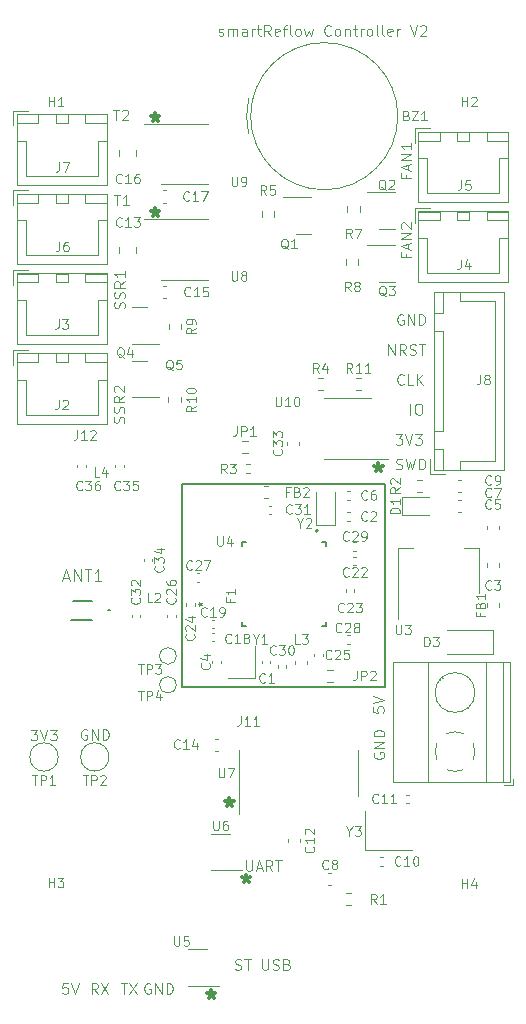
<source format=gbr>
%TF.GenerationSoftware,KiCad,Pcbnew,(6.0.2)*%
%TF.CreationDate,2022-04-29T18:18:38+02:00*%
%TF.ProjectId,reflowControllerV2,7265666c-6f77-4436-9f6e-74726f6c6c65,rev?*%
%TF.SameCoordinates,Original*%
%TF.FileFunction,Legend,Top*%
%TF.FilePolarity,Positive*%
%FSLAX46Y46*%
G04 Gerber Fmt 4.6, Leading zero omitted, Abs format (unit mm)*
G04 Created by KiCad (PCBNEW (6.0.2)) date 2022-04-29 18:18:38*
%MOMM*%
%LPD*%
G01*
G04 APERTURE LIST*
%ADD10C,0.300000*%
%ADD11C,0.150000*%
%ADD12C,0.125000*%
%ADD13C,0.120000*%
%ADD14C,0.200000*%
%ADD15C,0.127000*%
G04 APERTURE END LIST*
D10*
X12425000Y-8928571D02*
X12425000Y-9285714D01*
X12067857Y-9142857D02*
X12425000Y-9285714D01*
X12782142Y-9142857D01*
X12210714Y-9571428D02*
X12425000Y-9285714D01*
X12639285Y-9571428D01*
X12425000Y-16978571D02*
X12425000Y-17335714D01*
X12067857Y-17192857D02*
X12425000Y-17335714D01*
X12782142Y-17192857D01*
X12210714Y-17621428D02*
X12425000Y-17335714D01*
X12639285Y-17621428D01*
X17150000Y-83203571D02*
X17150000Y-83560714D01*
X16792857Y-83417857D02*
X17150000Y-83560714D01*
X17507142Y-83417857D01*
X16935714Y-83846428D02*
X17150000Y-83560714D01*
X17364285Y-83846428D01*
X20125000Y-73403571D02*
X20125000Y-73760714D01*
X19767857Y-73617857D02*
X20125000Y-73760714D01*
X20482142Y-73617857D01*
X19910714Y-74046428D02*
X20125000Y-73760714D01*
X20339285Y-74046428D01*
X18700000Y-66928571D02*
X18700000Y-67285714D01*
X18342857Y-67142857D02*
X18700000Y-67285714D01*
X19057142Y-67142857D01*
X18485714Y-67571428D02*
X18700000Y-67285714D01*
X18914285Y-67571428D01*
X31325000Y-38603571D02*
X31325000Y-38960714D01*
X30967857Y-38817857D02*
X31325000Y-38960714D01*
X31682142Y-38817857D01*
X31110714Y-39246428D02*
X31325000Y-38960714D01*
X31539285Y-39246428D01*
D11*
X31900000Y-57500000D02*
X14700000Y-57500000D01*
X14700000Y-57500000D02*
X14700000Y-40300000D01*
X14700000Y-40300000D02*
X31900000Y-40300000D01*
X31900000Y-40300000D02*
X31900000Y-57500000D01*
D12*
X33464285Y-31871428D02*
X33421428Y-31914285D01*
X33292857Y-31957142D01*
X33207142Y-31957142D01*
X33078571Y-31914285D01*
X32992857Y-31828571D01*
X32950000Y-31742857D01*
X32907142Y-31571428D01*
X32907142Y-31442857D01*
X32950000Y-31271428D01*
X32992857Y-31185714D01*
X33078571Y-31100000D01*
X33207142Y-31057142D01*
X33292857Y-31057142D01*
X33421428Y-31100000D01*
X33464285Y-31142857D01*
X34278571Y-31957142D02*
X33850000Y-31957142D01*
X33850000Y-31057142D01*
X34578571Y-31957142D02*
X34578571Y-31057142D01*
X35092857Y-31957142D02*
X34707142Y-31442857D01*
X35092857Y-31057142D02*
X34578571Y-31571428D01*
X9764285Y-35164285D02*
X9807142Y-35035714D01*
X9807142Y-34821428D01*
X9764285Y-34735714D01*
X9721428Y-34692857D01*
X9635714Y-34650000D01*
X9550000Y-34650000D01*
X9464285Y-34692857D01*
X9421428Y-34735714D01*
X9378571Y-34821428D01*
X9335714Y-34992857D01*
X9292857Y-35078571D01*
X9250000Y-35121428D01*
X9164285Y-35164285D01*
X9078571Y-35164285D01*
X8992857Y-35121428D01*
X8950000Y-35078571D01*
X8907142Y-34992857D01*
X8907142Y-34778571D01*
X8950000Y-34650000D01*
X9764285Y-34307142D02*
X9807142Y-34178571D01*
X9807142Y-33964285D01*
X9764285Y-33878571D01*
X9721428Y-33835714D01*
X9635714Y-33792857D01*
X9550000Y-33792857D01*
X9464285Y-33835714D01*
X9421428Y-33878571D01*
X9378571Y-33964285D01*
X9335714Y-34135714D01*
X9292857Y-34221428D01*
X9250000Y-34264285D01*
X9164285Y-34307142D01*
X9078571Y-34307142D01*
X8992857Y-34264285D01*
X8950000Y-34221428D01*
X8907142Y-34135714D01*
X8907142Y-33921428D01*
X8950000Y-33792857D01*
X9807142Y-32892857D02*
X9378571Y-33192857D01*
X9807142Y-33407142D02*
X8907142Y-33407142D01*
X8907142Y-33064285D01*
X8950000Y-32978571D01*
X8992857Y-32935714D01*
X9078571Y-32892857D01*
X9207142Y-32892857D01*
X9292857Y-32935714D01*
X9335714Y-32978571D01*
X9378571Y-33064285D01*
X9378571Y-33407142D01*
X8992857Y-32550000D02*
X8950000Y-32507142D01*
X8907142Y-32421428D01*
X8907142Y-32207142D01*
X8950000Y-32121428D01*
X8992857Y-32078571D01*
X9078571Y-32035714D01*
X9164285Y-32035714D01*
X9292857Y-32078571D01*
X9807142Y-32592857D01*
X9807142Y-32035714D01*
X30950000Y-63085714D02*
X30907142Y-63171428D01*
X30907142Y-63300000D01*
X30950000Y-63428571D01*
X31035714Y-63514285D01*
X31121428Y-63557142D01*
X31292857Y-63600000D01*
X31421428Y-63600000D01*
X31592857Y-63557142D01*
X31678571Y-63514285D01*
X31764285Y-63428571D01*
X31807142Y-63300000D01*
X31807142Y-63214285D01*
X31764285Y-63085714D01*
X31721428Y-63042857D01*
X31421428Y-63042857D01*
X31421428Y-63214285D01*
X31807142Y-62657142D02*
X30907142Y-62657142D01*
X31807142Y-62142857D01*
X30907142Y-62142857D01*
X31807142Y-61714285D02*
X30907142Y-61714285D01*
X30907142Y-61500000D01*
X30950000Y-61371428D01*
X31035714Y-61285714D01*
X31121428Y-61242857D01*
X31292857Y-61200000D01*
X31421428Y-61200000D01*
X31592857Y-61242857D01*
X31678571Y-61285714D01*
X31764285Y-61371428D01*
X31807142Y-61500000D01*
X31807142Y-61714285D01*
X9514285Y-82607142D02*
X10028571Y-82607142D01*
X9771428Y-83507142D02*
X9771428Y-82607142D01*
X10242857Y-82607142D02*
X10842857Y-83507142D01*
X10842857Y-82607142D02*
X10242857Y-83507142D01*
X33635714Y-20857142D02*
X33635714Y-21157142D01*
X34107142Y-21157142D02*
X33207142Y-21157142D01*
X33207142Y-20728571D01*
X33850000Y-20428571D02*
X33850000Y-20000000D01*
X34107142Y-20514285D02*
X33207142Y-20214285D01*
X34107142Y-19914285D01*
X34107142Y-19614285D02*
X33207142Y-19614285D01*
X34107142Y-19100000D01*
X33207142Y-19100000D01*
X33292857Y-18714285D02*
X33250000Y-18671428D01*
X33207142Y-18585714D01*
X33207142Y-18371428D01*
X33250000Y-18285714D01*
X33292857Y-18242857D01*
X33378571Y-18200000D01*
X33464285Y-18200000D01*
X33592857Y-18242857D01*
X34107142Y-18757142D01*
X34107142Y-18200000D01*
X30857142Y-59221428D02*
X30857142Y-59650000D01*
X31285714Y-59692857D01*
X31242857Y-59650000D01*
X31200000Y-59564285D01*
X31200000Y-59350000D01*
X31242857Y-59264285D01*
X31285714Y-59221428D01*
X31371428Y-59178571D01*
X31585714Y-59178571D01*
X31671428Y-59221428D01*
X31714285Y-59264285D01*
X31757142Y-59350000D01*
X31757142Y-59564285D01*
X31714285Y-59650000D01*
X31671428Y-59692857D01*
X30857142Y-58921428D02*
X31757142Y-58621428D01*
X30857142Y-58321428D01*
X32828571Y-39064285D02*
X32957142Y-39107142D01*
X33171428Y-39107142D01*
X33257142Y-39064285D01*
X33300000Y-39021428D01*
X33342857Y-38935714D01*
X33342857Y-38850000D01*
X33300000Y-38764285D01*
X33257142Y-38721428D01*
X33171428Y-38678571D01*
X33000000Y-38635714D01*
X32914285Y-38592857D01*
X32871428Y-38550000D01*
X32828571Y-38464285D01*
X32828571Y-38378571D01*
X32871428Y-38292857D01*
X32914285Y-38250000D01*
X33000000Y-38207142D01*
X33214285Y-38207142D01*
X33342857Y-38250000D01*
X33642857Y-38207142D02*
X33857142Y-39107142D01*
X34028571Y-38464285D01*
X34200000Y-39107142D01*
X34414285Y-38207142D01*
X34757142Y-39107142D02*
X34757142Y-38207142D01*
X34971428Y-38207142D01*
X35100000Y-38250000D01*
X35185714Y-38335714D01*
X35228571Y-38421428D01*
X35271428Y-38592857D01*
X35271428Y-38721428D01*
X35228571Y-38892857D01*
X35185714Y-38978571D01*
X35100000Y-39064285D01*
X34971428Y-39107142D01*
X34757142Y-39107142D01*
X20114285Y-72207142D02*
X20114285Y-72935714D01*
X20157142Y-73021428D01*
X20200000Y-73064285D01*
X20285714Y-73107142D01*
X20457142Y-73107142D01*
X20542857Y-73064285D01*
X20585714Y-73021428D01*
X20628571Y-72935714D01*
X20628571Y-72207142D01*
X21014285Y-72850000D02*
X21442857Y-72850000D01*
X20928571Y-73107142D02*
X21228571Y-72207142D01*
X21528571Y-73107142D01*
X22342857Y-73107142D02*
X22042857Y-72678571D01*
X21828571Y-73107142D02*
X21828571Y-72207142D01*
X22171428Y-72207142D01*
X22257142Y-72250000D01*
X22300000Y-72292857D01*
X22342857Y-72378571D01*
X22342857Y-72507142D01*
X22300000Y-72592857D01*
X22257142Y-72635714D01*
X22171428Y-72678571D01*
X21828571Y-72678571D01*
X22600000Y-72207142D02*
X23114285Y-72207142D01*
X22857142Y-73107142D02*
X22857142Y-72207142D01*
X19207142Y-81414285D02*
X19335714Y-81457142D01*
X19549999Y-81457142D01*
X19635714Y-81414285D01*
X19678571Y-81371428D01*
X19721428Y-81285714D01*
X19721428Y-81200000D01*
X19678571Y-81114285D01*
X19635714Y-81071428D01*
X19549999Y-81028571D01*
X19378571Y-80985714D01*
X19292857Y-80942857D01*
X19249999Y-80900000D01*
X19207142Y-80814285D01*
X19207142Y-80728571D01*
X19249999Y-80642857D01*
X19292857Y-80600000D01*
X19378571Y-80557142D01*
X19592857Y-80557142D01*
X19721428Y-80600000D01*
X19978571Y-80557142D02*
X20492857Y-80557142D01*
X20235714Y-81457142D02*
X20235714Y-80557142D01*
X21478571Y-80557142D02*
X21478571Y-81285714D01*
X21521428Y-81371428D01*
X21564285Y-81414285D01*
X21649999Y-81457142D01*
X21821428Y-81457142D01*
X21907142Y-81414285D01*
X21949999Y-81371428D01*
X21992857Y-81285714D01*
X21992857Y-80557142D01*
X22378571Y-81414285D02*
X22507142Y-81457142D01*
X22721428Y-81457142D01*
X22807142Y-81414285D01*
X22849999Y-81371428D01*
X22892857Y-81285714D01*
X22892857Y-81200000D01*
X22849999Y-81114285D01*
X22807142Y-81071428D01*
X22721428Y-81028571D01*
X22549999Y-80985714D01*
X22464285Y-80942857D01*
X22421428Y-80900000D01*
X22378571Y-80814285D01*
X22378571Y-80728571D01*
X22421428Y-80642857D01*
X22464285Y-80600000D01*
X22549999Y-80557142D01*
X22764285Y-80557142D01*
X22892857Y-80600000D01*
X23578571Y-80985714D02*
X23707142Y-81028571D01*
X23749999Y-81071428D01*
X23792857Y-81157142D01*
X23792857Y-81285714D01*
X23749999Y-81371428D01*
X23707142Y-81414285D01*
X23621428Y-81457142D01*
X23278571Y-81457142D01*
X23278571Y-80557142D01*
X23578571Y-80557142D01*
X23664285Y-80600000D01*
X23707142Y-80642857D01*
X23749999Y-80728571D01*
X23749999Y-80814285D01*
X23707142Y-80900000D01*
X23664285Y-80942857D01*
X23578571Y-80985714D01*
X23278571Y-80985714D01*
X33414285Y-26000000D02*
X33328571Y-25957142D01*
X33200000Y-25957142D01*
X33071428Y-26000000D01*
X32985714Y-26085714D01*
X32942857Y-26171428D01*
X32900000Y-26342857D01*
X32900000Y-26471428D01*
X32942857Y-26642857D01*
X32985714Y-26728571D01*
X33071428Y-26814285D01*
X33200000Y-26857142D01*
X33285714Y-26857142D01*
X33414285Y-26814285D01*
X33457142Y-26771428D01*
X33457142Y-26471428D01*
X33285714Y-26471428D01*
X33842857Y-26857142D02*
X33842857Y-25957142D01*
X34357142Y-26857142D01*
X34357142Y-25957142D01*
X34785714Y-26857142D02*
X34785714Y-25957142D01*
X35000000Y-25957142D01*
X35128571Y-26000000D01*
X35214285Y-26085714D01*
X35257142Y-26171428D01*
X35300000Y-26342857D01*
X35300000Y-26471428D01*
X35257142Y-26642857D01*
X35214285Y-26728571D01*
X35128571Y-26814285D01*
X35000000Y-26857142D01*
X34785714Y-26857142D01*
X8914285Y-15857142D02*
X9428571Y-15857142D01*
X9171428Y-16757142D02*
X9171428Y-15857142D01*
X10200000Y-16757142D02*
X9685714Y-16757142D01*
X9942857Y-16757142D02*
X9942857Y-15857142D01*
X9857142Y-15985714D01*
X9771428Y-16071428D01*
X9685714Y-16114285D01*
X32171428Y-29407142D02*
X32171428Y-28507142D01*
X32685714Y-29407142D01*
X32685714Y-28507142D01*
X33628571Y-29407142D02*
X33328571Y-28978571D01*
X33114285Y-29407142D02*
X33114285Y-28507142D01*
X33457142Y-28507142D01*
X33542857Y-28550000D01*
X33585714Y-28592857D01*
X33628571Y-28678571D01*
X33628571Y-28807142D01*
X33585714Y-28892857D01*
X33542857Y-28935714D01*
X33457142Y-28978571D01*
X33114285Y-28978571D01*
X33971428Y-29364285D02*
X34100000Y-29407142D01*
X34314285Y-29407142D01*
X34400000Y-29364285D01*
X34442857Y-29321428D01*
X34485714Y-29235714D01*
X34485714Y-29150000D01*
X34442857Y-29064285D01*
X34400000Y-29021428D01*
X34314285Y-28978571D01*
X34142857Y-28935714D01*
X34057142Y-28892857D01*
X34014285Y-28850000D01*
X33971428Y-28764285D01*
X33971428Y-28678571D01*
X34014285Y-28592857D01*
X34057142Y-28550000D01*
X34142857Y-28507142D01*
X34357142Y-28507142D01*
X34485714Y-28550000D01*
X34742857Y-28507142D02*
X35257142Y-28507142D01*
X35000000Y-29407142D02*
X35000000Y-28507142D01*
X8864285Y-8657142D02*
X9378571Y-8657142D01*
X9121428Y-9557142D02*
X9121428Y-8657142D01*
X9635714Y-8742857D02*
X9678571Y-8700000D01*
X9764285Y-8657142D01*
X9978571Y-8657142D01*
X10064285Y-8700000D01*
X10107142Y-8742857D01*
X10150000Y-8828571D01*
X10150000Y-8914285D01*
X10107142Y-9042857D01*
X9592857Y-9557142D01*
X10150000Y-9557142D01*
X33635714Y-14157142D02*
X33635714Y-14457142D01*
X34107142Y-14457142D02*
X33207142Y-14457142D01*
X33207142Y-14028571D01*
X33850000Y-13728571D02*
X33850000Y-13300000D01*
X34107142Y-13814285D02*
X33207142Y-13514285D01*
X34107142Y-13214285D01*
X34107142Y-12914285D02*
X33207142Y-12914285D01*
X34107142Y-12400000D01*
X33207142Y-12400000D01*
X34107142Y-11500000D02*
X34107142Y-12014285D01*
X34107142Y-11757142D02*
X33207142Y-11757142D01*
X33335714Y-11842857D01*
X33421428Y-11928571D01*
X33464285Y-12014285D01*
X17814285Y-2364285D02*
X17900000Y-2407142D01*
X18071428Y-2407142D01*
X18157142Y-2364285D01*
X18200000Y-2278571D01*
X18200000Y-2235714D01*
X18157142Y-2150000D01*
X18071428Y-2107142D01*
X17942857Y-2107142D01*
X17857142Y-2064285D01*
X17814285Y-1978571D01*
X17814285Y-1935714D01*
X17857142Y-1850000D01*
X17942857Y-1807142D01*
X18071428Y-1807142D01*
X18157142Y-1850000D01*
X18585714Y-2407142D02*
X18585714Y-1807142D01*
X18585714Y-1892857D02*
X18628571Y-1850000D01*
X18714285Y-1807142D01*
X18842857Y-1807142D01*
X18928571Y-1850000D01*
X18971428Y-1935714D01*
X18971428Y-2407142D01*
X18971428Y-1935714D02*
X19014285Y-1850000D01*
X19100000Y-1807142D01*
X19228571Y-1807142D01*
X19314285Y-1850000D01*
X19357142Y-1935714D01*
X19357142Y-2407142D01*
X20171428Y-2407142D02*
X20171428Y-1935714D01*
X20128571Y-1850000D01*
X20042857Y-1807142D01*
X19871428Y-1807142D01*
X19785714Y-1850000D01*
X20171428Y-2364285D02*
X20085714Y-2407142D01*
X19871428Y-2407142D01*
X19785714Y-2364285D01*
X19742857Y-2278571D01*
X19742857Y-2192857D01*
X19785714Y-2107142D01*
X19871428Y-2064285D01*
X20085714Y-2064285D01*
X20171428Y-2021428D01*
X20600000Y-2407142D02*
X20600000Y-1807142D01*
X20600000Y-1978571D02*
X20642857Y-1892857D01*
X20685714Y-1850000D01*
X20771428Y-1807142D01*
X20857142Y-1807142D01*
X21028571Y-1807142D02*
X21371428Y-1807142D01*
X21157142Y-1507142D02*
X21157142Y-2278571D01*
X21200000Y-2364285D01*
X21285714Y-2407142D01*
X21371428Y-2407142D01*
X22185714Y-2407142D02*
X21885714Y-1978571D01*
X21671428Y-2407142D02*
X21671428Y-1507142D01*
X22014285Y-1507142D01*
X22100000Y-1550000D01*
X22142857Y-1592857D01*
X22185714Y-1678571D01*
X22185714Y-1807142D01*
X22142857Y-1892857D01*
X22100000Y-1935714D01*
X22014285Y-1978571D01*
X21671428Y-1978571D01*
X22914285Y-2364285D02*
X22828571Y-2407142D01*
X22657142Y-2407142D01*
X22571428Y-2364285D01*
X22528571Y-2278571D01*
X22528571Y-1935714D01*
X22571428Y-1850000D01*
X22657142Y-1807142D01*
X22828571Y-1807142D01*
X22914285Y-1850000D01*
X22957142Y-1935714D01*
X22957142Y-2021428D01*
X22528571Y-2107142D01*
X23214285Y-1807142D02*
X23557142Y-1807142D01*
X23342857Y-2407142D02*
X23342857Y-1635714D01*
X23385714Y-1550000D01*
X23471428Y-1507142D01*
X23557142Y-1507142D01*
X23985714Y-2407142D02*
X23900000Y-2364285D01*
X23857142Y-2278571D01*
X23857142Y-1507142D01*
X24457142Y-2407142D02*
X24371428Y-2364285D01*
X24328571Y-2321428D01*
X24285714Y-2235714D01*
X24285714Y-1978571D01*
X24328571Y-1892857D01*
X24371428Y-1850000D01*
X24457142Y-1807142D01*
X24585714Y-1807142D01*
X24671428Y-1850000D01*
X24714285Y-1892857D01*
X24757142Y-1978571D01*
X24757142Y-2235714D01*
X24714285Y-2321428D01*
X24671428Y-2364285D01*
X24585714Y-2407142D01*
X24457142Y-2407142D01*
X25057142Y-1807142D02*
X25228571Y-2407142D01*
X25400000Y-1978571D01*
X25571428Y-2407142D01*
X25742857Y-1807142D01*
X27285714Y-2321428D02*
X27242857Y-2364285D01*
X27114285Y-2407142D01*
X27028571Y-2407142D01*
X26900000Y-2364285D01*
X26814285Y-2278571D01*
X26771428Y-2192857D01*
X26728571Y-2021428D01*
X26728571Y-1892857D01*
X26771428Y-1721428D01*
X26814285Y-1635714D01*
X26900000Y-1550000D01*
X27028571Y-1507142D01*
X27114285Y-1507142D01*
X27242857Y-1550000D01*
X27285714Y-1592857D01*
X27800000Y-2407142D02*
X27714285Y-2364285D01*
X27671428Y-2321428D01*
X27628571Y-2235714D01*
X27628571Y-1978571D01*
X27671428Y-1892857D01*
X27714285Y-1850000D01*
X27800000Y-1807142D01*
X27928571Y-1807142D01*
X28014285Y-1850000D01*
X28057142Y-1892857D01*
X28100000Y-1978571D01*
X28100000Y-2235714D01*
X28057142Y-2321428D01*
X28014285Y-2364285D01*
X27928571Y-2407142D01*
X27800000Y-2407142D01*
X28485714Y-1807142D02*
X28485714Y-2407142D01*
X28485714Y-1892857D02*
X28528571Y-1850000D01*
X28614285Y-1807142D01*
X28742857Y-1807142D01*
X28828571Y-1850000D01*
X28871428Y-1935714D01*
X28871428Y-2407142D01*
X29171428Y-1807142D02*
X29514285Y-1807142D01*
X29300000Y-1507142D02*
X29300000Y-2278571D01*
X29342857Y-2364285D01*
X29428571Y-2407142D01*
X29514285Y-2407142D01*
X29814285Y-2407142D02*
X29814285Y-1807142D01*
X29814285Y-1978571D02*
X29857142Y-1892857D01*
X29900000Y-1850000D01*
X29985714Y-1807142D01*
X30071428Y-1807142D01*
X30500000Y-2407142D02*
X30414285Y-2364285D01*
X30371428Y-2321428D01*
X30328571Y-2235714D01*
X30328571Y-1978571D01*
X30371428Y-1892857D01*
X30414285Y-1850000D01*
X30500000Y-1807142D01*
X30628571Y-1807142D01*
X30714285Y-1850000D01*
X30757142Y-1892857D01*
X30800000Y-1978571D01*
X30800000Y-2235714D01*
X30757142Y-2321428D01*
X30714285Y-2364285D01*
X30628571Y-2407142D01*
X30500000Y-2407142D01*
X31314285Y-2407142D02*
X31228571Y-2364285D01*
X31185714Y-2278571D01*
X31185714Y-1507142D01*
X31785714Y-2407142D02*
X31700000Y-2364285D01*
X31657142Y-2278571D01*
X31657142Y-1507142D01*
X32471428Y-2364285D02*
X32385714Y-2407142D01*
X32214285Y-2407142D01*
X32128571Y-2364285D01*
X32085714Y-2278571D01*
X32085714Y-1935714D01*
X32128571Y-1850000D01*
X32214285Y-1807142D01*
X32385714Y-1807142D01*
X32471428Y-1850000D01*
X32514285Y-1935714D01*
X32514285Y-2021428D01*
X32085714Y-2107142D01*
X32900000Y-2407142D02*
X32900000Y-1807142D01*
X32900000Y-1978571D02*
X32942857Y-1892857D01*
X32985714Y-1850000D01*
X33071428Y-1807142D01*
X33157142Y-1807142D01*
X34014285Y-1507142D02*
X34314285Y-2407142D01*
X34614285Y-1507142D01*
X34871428Y-1592857D02*
X34914285Y-1550000D01*
X35000000Y-1507142D01*
X35214285Y-1507142D01*
X35300000Y-1550000D01*
X35342857Y-1592857D01*
X35385714Y-1678571D01*
X35385714Y-1764285D01*
X35342857Y-1892857D01*
X34828571Y-2407142D01*
X35385714Y-2407142D01*
X7550000Y-83507142D02*
X7250000Y-83078571D01*
X7035714Y-83507142D02*
X7035714Y-82607142D01*
X7378571Y-82607142D01*
X7464285Y-82650000D01*
X7507142Y-82692857D01*
X7550000Y-82778571D01*
X7550000Y-82907142D01*
X7507142Y-82992857D01*
X7464285Y-83035714D01*
X7378571Y-83078571D01*
X7035714Y-83078571D01*
X7850000Y-82607142D02*
X8450000Y-83507142D01*
X8450000Y-82607142D02*
X7850000Y-83507142D01*
X5028571Y-82607142D02*
X4600000Y-82607142D01*
X4557142Y-83035714D01*
X4600000Y-82992857D01*
X4685714Y-82950000D01*
X4900000Y-82950000D01*
X4985714Y-82992857D01*
X5028571Y-83035714D01*
X5071428Y-83121428D01*
X5071428Y-83335714D01*
X5028571Y-83421428D01*
X4985714Y-83464285D01*
X4900000Y-83507142D01*
X4685714Y-83507142D01*
X4600000Y-83464285D01*
X4557142Y-83421428D01*
X5328571Y-82607142D02*
X5628571Y-83507142D01*
X5928571Y-82607142D01*
X1885714Y-61157142D02*
X2442857Y-61157142D01*
X2142857Y-61500000D01*
X2271428Y-61500000D01*
X2357142Y-61542857D01*
X2400000Y-61585714D01*
X2442857Y-61671428D01*
X2442857Y-61885714D01*
X2400000Y-61971428D01*
X2357142Y-62014285D01*
X2271428Y-62057142D01*
X2014285Y-62057142D01*
X1928571Y-62014285D01*
X1885714Y-61971428D01*
X2700000Y-61157142D02*
X3000000Y-62057142D01*
X3300000Y-61157142D01*
X3514285Y-61157142D02*
X4071428Y-61157142D01*
X3771428Y-61500000D01*
X3900000Y-61500000D01*
X3985714Y-61542857D01*
X4028571Y-61585714D01*
X4071428Y-61671428D01*
X4071428Y-61885714D01*
X4028571Y-61971428D01*
X3985714Y-62014285D01*
X3900000Y-62057142D01*
X3642857Y-62057142D01*
X3557142Y-62014285D01*
X3514285Y-61971428D01*
X12014285Y-82650000D02*
X11928571Y-82607142D01*
X11800000Y-82607142D01*
X11671428Y-82650000D01*
X11585714Y-82735714D01*
X11542857Y-82821428D01*
X11500000Y-82992857D01*
X11500000Y-83121428D01*
X11542857Y-83292857D01*
X11585714Y-83378571D01*
X11671428Y-83464285D01*
X11800000Y-83507142D01*
X11885714Y-83507142D01*
X12014285Y-83464285D01*
X12057142Y-83421428D01*
X12057142Y-83121428D01*
X11885714Y-83121428D01*
X12442857Y-83507142D02*
X12442857Y-82607142D01*
X12957142Y-83507142D01*
X12957142Y-82607142D01*
X13385714Y-83507142D02*
X13385714Y-82607142D01*
X13600000Y-82607142D01*
X13728571Y-82650000D01*
X13814285Y-82735714D01*
X13857142Y-82821428D01*
X13900000Y-82992857D01*
X13900000Y-83121428D01*
X13857142Y-83292857D01*
X13814285Y-83378571D01*
X13728571Y-83464285D01*
X13600000Y-83507142D01*
X13385714Y-83507142D01*
X9814285Y-25464285D02*
X9857142Y-25335714D01*
X9857142Y-25121428D01*
X9814285Y-25035714D01*
X9771428Y-24992857D01*
X9685714Y-24950000D01*
X9600000Y-24950000D01*
X9514285Y-24992857D01*
X9471428Y-25035714D01*
X9428571Y-25121428D01*
X9385714Y-25292857D01*
X9342857Y-25378571D01*
X9300000Y-25421428D01*
X9214285Y-25464285D01*
X9128571Y-25464285D01*
X9042857Y-25421428D01*
X9000000Y-25378571D01*
X8957142Y-25292857D01*
X8957142Y-25078571D01*
X9000000Y-24950000D01*
X9814285Y-24607142D02*
X9857142Y-24478571D01*
X9857142Y-24264285D01*
X9814285Y-24178571D01*
X9771428Y-24135714D01*
X9685714Y-24092857D01*
X9600000Y-24092857D01*
X9514285Y-24135714D01*
X9471428Y-24178571D01*
X9428571Y-24264285D01*
X9385714Y-24435714D01*
X9342857Y-24521428D01*
X9300000Y-24564285D01*
X9214285Y-24607142D01*
X9128571Y-24607142D01*
X9042857Y-24564285D01*
X9000000Y-24521428D01*
X8957142Y-24435714D01*
X8957142Y-24221428D01*
X9000000Y-24092857D01*
X9857142Y-23192857D02*
X9428571Y-23492857D01*
X9857142Y-23707142D02*
X8957142Y-23707142D01*
X8957142Y-23364285D01*
X9000000Y-23278571D01*
X9042857Y-23235714D01*
X9128571Y-23192857D01*
X9257142Y-23192857D01*
X9342857Y-23235714D01*
X9385714Y-23278571D01*
X9428571Y-23364285D01*
X9428571Y-23707142D01*
X9857142Y-22335714D02*
X9857142Y-22850000D01*
X9857142Y-22592857D02*
X8957142Y-22592857D01*
X9085714Y-22678571D01*
X9171428Y-22764285D01*
X9214285Y-22850000D01*
X34028571Y-34457142D02*
X34028571Y-33557142D01*
X34628571Y-33557142D02*
X34800000Y-33557142D01*
X34885714Y-33600000D01*
X34971428Y-33685714D01*
X35014285Y-33857142D01*
X35014285Y-34157142D01*
X34971428Y-34328571D01*
X34885714Y-34414285D01*
X34800000Y-34457142D01*
X34628571Y-34457142D01*
X34542857Y-34414285D01*
X34457142Y-34328571D01*
X34414285Y-34157142D01*
X34414285Y-33857142D01*
X34457142Y-33685714D01*
X34542857Y-33600000D01*
X34628571Y-33557142D01*
X32785714Y-36107142D02*
X33342857Y-36107142D01*
X33042857Y-36450000D01*
X33171428Y-36450000D01*
X33257142Y-36492857D01*
X33300000Y-36535714D01*
X33342857Y-36621428D01*
X33342857Y-36835714D01*
X33300000Y-36921428D01*
X33257142Y-36964285D01*
X33171428Y-37007142D01*
X32914285Y-37007142D01*
X32828571Y-36964285D01*
X32785714Y-36921428D01*
X33600000Y-36107142D02*
X33900000Y-37007142D01*
X34200000Y-36107142D01*
X34414285Y-36107142D02*
X34971428Y-36107142D01*
X34671428Y-36450000D01*
X34800000Y-36450000D01*
X34885714Y-36492857D01*
X34928571Y-36535714D01*
X34971428Y-36621428D01*
X34971428Y-36835714D01*
X34928571Y-36921428D01*
X34885714Y-36964285D01*
X34800000Y-37007142D01*
X34542857Y-37007142D01*
X34457142Y-36964285D01*
X34414285Y-36921428D01*
X6614285Y-61150000D02*
X6528571Y-61107142D01*
X6400000Y-61107142D01*
X6271428Y-61150000D01*
X6185714Y-61235714D01*
X6142857Y-61321428D01*
X6100000Y-61492857D01*
X6100000Y-61621428D01*
X6142857Y-61792857D01*
X6185714Y-61878571D01*
X6271428Y-61964285D01*
X6400000Y-62007142D01*
X6485714Y-62007142D01*
X6614285Y-61964285D01*
X6657142Y-61921428D01*
X6657142Y-61621428D01*
X6485714Y-61621428D01*
X7042857Y-62007142D02*
X7042857Y-61107142D01*
X7557142Y-62007142D01*
X7557142Y-61107142D01*
X7985714Y-62007142D02*
X7985714Y-61107142D01*
X8200000Y-61107142D01*
X8328571Y-61150000D01*
X8414285Y-61235714D01*
X8457142Y-61321428D01*
X8500000Y-61492857D01*
X8500000Y-61621428D01*
X8457142Y-61792857D01*
X8414285Y-61878571D01*
X8328571Y-61964285D01*
X8200000Y-62007142D01*
X7985714Y-62007142D01*
D13*
%TO.C,H4*%
X38390476Y-74561904D02*
X38390476Y-73761904D01*
X38390476Y-74142857D02*
X38847619Y-74142857D01*
X38847619Y-74561904D02*
X38847619Y-73761904D01*
X39571428Y-74028571D02*
X39571428Y-74561904D01*
X39380952Y-73723809D02*
X39190476Y-74295238D01*
X39685714Y-74295238D01*
%TO.C,Q1*%
X23673809Y-20438095D02*
X23597619Y-20400000D01*
X23521428Y-20323809D01*
X23407142Y-20209523D01*
X23330952Y-20171428D01*
X23254761Y-20171428D01*
X23292857Y-20361904D02*
X23216666Y-20323809D01*
X23140476Y-20247619D01*
X23102380Y-20095238D01*
X23102380Y-19828571D01*
X23140476Y-19676190D01*
X23216666Y-19600000D01*
X23292857Y-19561904D01*
X23445238Y-19561904D01*
X23521428Y-19600000D01*
X23597619Y-19676190D01*
X23635714Y-19828571D01*
X23635714Y-20095238D01*
X23597619Y-20247619D01*
X23521428Y-20323809D01*
X23445238Y-20361904D01*
X23292857Y-20361904D01*
X24397619Y-20361904D02*
X23940476Y-20361904D01*
X24169047Y-20361904D02*
X24169047Y-19561904D01*
X24092857Y-19676190D01*
X24016666Y-19752380D01*
X23940476Y-19790476D01*
%TO.C,J7*%
X4283333Y-13111904D02*
X4283333Y-13683333D01*
X4245238Y-13797619D01*
X4169047Y-13873809D01*
X4054761Y-13911904D01*
X3978571Y-13911904D01*
X4588095Y-13111904D02*
X5121428Y-13111904D01*
X4778571Y-13911904D01*
%TO.C,C25*%
X27335714Y-55085714D02*
X27297619Y-55123809D01*
X27183333Y-55161904D01*
X27107142Y-55161904D01*
X26992857Y-55123809D01*
X26916666Y-55047619D01*
X26878571Y-54971428D01*
X26840476Y-54819047D01*
X26840476Y-54704761D01*
X26878571Y-54552380D01*
X26916666Y-54476190D01*
X26992857Y-54400000D01*
X27107142Y-54361904D01*
X27183333Y-54361904D01*
X27297619Y-54400000D01*
X27335714Y-54438095D01*
X27640476Y-54438095D02*
X27678571Y-54400000D01*
X27754761Y-54361904D01*
X27945238Y-54361904D01*
X28021428Y-54400000D01*
X28059523Y-54438095D01*
X28097619Y-54514285D01*
X28097619Y-54590476D01*
X28059523Y-54704761D01*
X27602380Y-55161904D01*
X28097619Y-55161904D01*
X28821428Y-54361904D02*
X28440476Y-54361904D01*
X28402380Y-54742857D01*
X28440476Y-54704761D01*
X28516666Y-54666666D01*
X28707142Y-54666666D01*
X28783333Y-54704761D01*
X28821428Y-54742857D01*
X28859523Y-54819047D01*
X28859523Y-55009523D01*
X28821428Y-55085714D01*
X28783333Y-55123809D01*
X28707142Y-55161904D01*
X28516666Y-55161904D01*
X28440476Y-55123809D01*
X28402380Y-55085714D01*
%TO.C,J3*%
X4233333Y-26411904D02*
X4233333Y-26983333D01*
X4195238Y-27097619D01*
X4119047Y-27173809D01*
X4004761Y-27211904D01*
X3928571Y-27211904D01*
X4538095Y-26411904D02*
X5033333Y-26411904D01*
X4766666Y-26716666D01*
X4880952Y-26716666D01*
X4957142Y-26754761D01*
X4995238Y-26792857D01*
X5033333Y-26869047D01*
X5033333Y-27059523D01*
X4995238Y-27135714D01*
X4957142Y-27173809D01*
X4880952Y-27211904D01*
X4652380Y-27211904D01*
X4576190Y-27173809D01*
X4538095Y-27135714D01*
%TO.C,TP3*%
X10990476Y-55611904D02*
X11447619Y-55611904D01*
X11219047Y-56411904D02*
X11219047Y-55611904D01*
X11714285Y-56411904D02*
X11714285Y-55611904D01*
X12019047Y-55611904D01*
X12095238Y-55650000D01*
X12133333Y-55688095D01*
X12171428Y-55764285D01*
X12171428Y-55878571D01*
X12133333Y-55954761D01*
X12095238Y-55992857D01*
X12019047Y-56030952D01*
X11714285Y-56030952D01*
X12438095Y-55611904D02*
X12933333Y-55611904D01*
X12666666Y-55916666D01*
X12780952Y-55916666D01*
X12857142Y-55954761D01*
X12895238Y-55992857D01*
X12933333Y-56069047D01*
X12933333Y-56259523D01*
X12895238Y-56335714D01*
X12857142Y-56373809D01*
X12780952Y-56411904D01*
X12552380Y-56411904D01*
X12476190Y-56373809D01*
X12438095Y-56335714D01*
%TO.C,U5*%
X14015476Y-78636904D02*
X14015476Y-79284523D01*
X14053571Y-79360714D01*
X14091666Y-79398809D01*
X14167857Y-79436904D01*
X14320238Y-79436904D01*
X14396428Y-79398809D01*
X14434523Y-79360714D01*
X14472619Y-79284523D01*
X14472619Y-78636904D01*
X15234523Y-78636904D02*
X14853571Y-78636904D01*
X14815476Y-79017857D01*
X14853571Y-78979761D01*
X14929761Y-78941666D01*
X15120238Y-78941666D01*
X15196428Y-78979761D01*
X15234523Y-79017857D01*
X15272619Y-79094047D01*
X15272619Y-79284523D01*
X15234523Y-79360714D01*
X15196428Y-79398809D01*
X15120238Y-79436904D01*
X14929761Y-79436904D01*
X14853571Y-79398809D01*
X14815476Y-79360714D01*
%TO.C,U9*%
X18890476Y-14311904D02*
X18890476Y-14959523D01*
X18928571Y-15035714D01*
X18966666Y-15073809D01*
X19042857Y-15111904D01*
X19195238Y-15111904D01*
X19271428Y-15073809D01*
X19309523Y-15035714D01*
X19347619Y-14959523D01*
X19347619Y-14311904D01*
X19766666Y-15111904D02*
X19919047Y-15111904D01*
X19995238Y-15073809D01*
X20033333Y-15035714D01*
X20109523Y-14921428D01*
X20147619Y-14769047D01*
X20147619Y-14464285D01*
X20109523Y-14388095D01*
X20071428Y-14350000D01*
X19995238Y-14311904D01*
X19842857Y-14311904D01*
X19766666Y-14350000D01*
X19728571Y-14388095D01*
X19690476Y-14464285D01*
X19690476Y-14654761D01*
X19728571Y-14730952D01*
X19766666Y-14769047D01*
X19842857Y-14807142D01*
X19995238Y-14807142D01*
X20071428Y-14769047D01*
X20109523Y-14730952D01*
X20147619Y-14654761D01*
%TO.C,C17*%
X15285714Y-16285714D02*
X15247619Y-16323809D01*
X15133333Y-16361904D01*
X15057142Y-16361904D01*
X14942857Y-16323809D01*
X14866666Y-16247619D01*
X14828571Y-16171428D01*
X14790476Y-16019047D01*
X14790476Y-15904761D01*
X14828571Y-15752380D01*
X14866666Y-15676190D01*
X14942857Y-15600000D01*
X15057142Y-15561904D01*
X15133333Y-15561904D01*
X15247619Y-15600000D01*
X15285714Y-15638095D01*
X16047619Y-16361904D02*
X15590476Y-16361904D01*
X15819047Y-16361904D02*
X15819047Y-15561904D01*
X15742857Y-15676190D01*
X15666666Y-15752380D01*
X15590476Y-15790476D01*
X16314285Y-15561904D02*
X16847619Y-15561904D01*
X16504761Y-16361904D01*
%TO.C,R7*%
X29066666Y-19511904D02*
X28800000Y-19130952D01*
X28609523Y-19511904D02*
X28609523Y-18711904D01*
X28914285Y-18711904D01*
X28990476Y-18750000D01*
X29028571Y-18788095D01*
X29066666Y-18864285D01*
X29066666Y-18978571D01*
X29028571Y-19054761D01*
X28990476Y-19092857D01*
X28914285Y-19130952D01*
X28609523Y-19130952D01*
X29333333Y-18711904D02*
X29866666Y-18711904D01*
X29523809Y-19511904D01*
%TO.C,C18*%
X18835714Y-53735714D02*
X18797619Y-53773809D01*
X18683333Y-53811904D01*
X18607142Y-53811904D01*
X18492857Y-53773809D01*
X18416666Y-53697619D01*
X18378571Y-53621428D01*
X18340476Y-53469047D01*
X18340476Y-53354761D01*
X18378571Y-53202380D01*
X18416666Y-53126190D01*
X18492857Y-53050000D01*
X18607142Y-53011904D01*
X18683333Y-53011904D01*
X18797619Y-53050000D01*
X18835714Y-53088095D01*
X19597619Y-53811904D02*
X19140476Y-53811904D01*
X19369047Y-53811904D02*
X19369047Y-53011904D01*
X19292857Y-53126190D01*
X19216666Y-53202380D01*
X19140476Y-53240476D01*
X20054761Y-53354761D02*
X19978571Y-53316666D01*
X19940476Y-53278571D01*
X19902380Y-53202380D01*
X19902380Y-53164285D01*
X19940476Y-53088095D01*
X19978571Y-53050000D01*
X20054761Y-53011904D01*
X20207142Y-53011904D01*
X20283333Y-53050000D01*
X20321428Y-53088095D01*
X20359523Y-53164285D01*
X20359523Y-53202380D01*
X20321428Y-53278571D01*
X20283333Y-53316666D01*
X20207142Y-53354761D01*
X20054761Y-53354761D01*
X19978571Y-53392857D01*
X19940476Y-53430952D01*
X19902380Y-53507142D01*
X19902380Y-53659523D01*
X19940476Y-53735714D01*
X19978571Y-53773809D01*
X20054761Y-53811904D01*
X20207142Y-53811904D01*
X20283333Y-53773809D01*
X20321428Y-53735714D01*
X20359523Y-53659523D01*
X20359523Y-53507142D01*
X20321428Y-53430952D01*
X20283333Y-53392857D01*
X20207142Y-53354761D01*
%TO.C,C2*%
X30366666Y-43385714D02*
X30328571Y-43423809D01*
X30214285Y-43461904D01*
X30138095Y-43461904D01*
X30023809Y-43423809D01*
X29947619Y-43347619D01*
X29909523Y-43271428D01*
X29871428Y-43119047D01*
X29871428Y-43004761D01*
X29909523Y-42852380D01*
X29947619Y-42776190D01*
X30023809Y-42700000D01*
X30138095Y-42661904D01*
X30214285Y-42661904D01*
X30328571Y-42700000D01*
X30366666Y-42738095D01*
X30671428Y-42738095D02*
X30709523Y-42700000D01*
X30785714Y-42661904D01*
X30976190Y-42661904D01*
X31052380Y-42700000D01*
X31090476Y-42738095D01*
X31128571Y-42814285D01*
X31128571Y-42890476D01*
X31090476Y-43004761D01*
X30633333Y-43461904D01*
X31128571Y-43461904D01*
%TO.C,C11*%
X31285714Y-67285714D02*
X31247619Y-67323809D01*
X31133333Y-67361904D01*
X31057142Y-67361904D01*
X30942857Y-67323809D01*
X30866666Y-67247619D01*
X30828571Y-67171428D01*
X30790476Y-67019047D01*
X30790476Y-66904761D01*
X30828571Y-66752380D01*
X30866666Y-66676190D01*
X30942857Y-66600000D01*
X31057142Y-66561904D01*
X31133333Y-66561904D01*
X31247619Y-66600000D01*
X31285714Y-66638095D01*
X32047619Y-67361904D02*
X31590476Y-67361904D01*
X31819047Y-67361904D02*
X31819047Y-66561904D01*
X31742857Y-66676190D01*
X31666666Y-66752380D01*
X31590476Y-66790476D01*
X32809523Y-67361904D02*
X32352380Y-67361904D01*
X32580952Y-67361904D02*
X32580952Y-66561904D01*
X32504761Y-66676190D01*
X32428571Y-66752380D01*
X32352380Y-66790476D01*
%TO.C,C29*%
X28785714Y-45085714D02*
X28747619Y-45123809D01*
X28633333Y-45161904D01*
X28557142Y-45161904D01*
X28442857Y-45123809D01*
X28366666Y-45047619D01*
X28328571Y-44971428D01*
X28290476Y-44819047D01*
X28290476Y-44704761D01*
X28328571Y-44552380D01*
X28366666Y-44476190D01*
X28442857Y-44400000D01*
X28557142Y-44361904D01*
X28633333Y-44361904D01*
X28747619Y-44400000D01*
X28785714Y-44438095D01*
X29090476Y-44438095D02*
X29128571Y-44400000D01*
X29204761Y-44361904D01*
X29395238Y-44361904D01*
X29471428Y-44400000D01*
X29509523Y-44438095D01*
X29547619Y-44514285D01*
X29547619Y-44590476D01*
X29509523Y-44704761D01*
X29052380Y-45161904D01*
X29547619Y-45161904D01*
X29928571Y-45161904D02*
X30080952Y-45161904D01*
X30157142Y-45123809D01*
X30195238Y-45085714D01*
X30271428Y-44971428D01*
X30309523Y-44819047D01*
X30309523Y-44514285D01*
X30271428Y-44438095D01*
X30233333Y-44400000D01*
X30157142Y-44361904D01*
X30004761Y-44361904D01*
X29928571Y-44400000D01*
X29890476Y-44438095D01*
X29852380Y-44514285D01*
X29852380Y-44704761D01*
X29890476Y-44780952D01*
X29928571Y-44819047D01*
X30004761Y-44857142D01*
X30157142Y-44857142D01*
X30233333Y-44819047D01*
X30271428Y-44780952D01*
X30309523Y-44704761D01*
%TO.C,L2*%
X12166666Y-50361904D02*
X11785714Y-50361904D01*
X11785714Y-49561904D01*
X12395238Y-49638095D02*
X12433333Y-49600000D01*
X12509523Y-49561904D01*
X12700000Y-49561904D01*
X12776190Y-49600000D01*
X12814285Y-49638095D01*
X12852380Y-49714285D01*
X12852380Y-49790476D01*
X12814285Y-49904761D01*
X12357142Y-50361904D01*
X12852380Y-50361904D01*
%TO.C,C34*%
X13060714Y-47289285D02*
X13098809Y-47327380D01*
X13136904Y-47441666D01*
X13136904Y-47517857D01*
X13098809Y-47632142D01*
X13022619Y-47708333D01*
X12946428Y-47746428D01*
X12794047Y-47784523D01*
X12679761Y-47784523D01*
X12527380Y-47746428D01*
X12451190Y-47708333D01*
X12375000Y-47632142D01*
X12336904Y-47517857D01*
X12336904Y-47441666D01*
X12375000Y-47327380D01*
X12413095Y-47289285D01*
X12336904Y-47022619D02*
X12336904Y-46527380D01*
X12641666Y-46794047D01*
X12641666Y-46679761D01*
X12679761Y-46603571D01*
X12717857Y-46565476D01*
X12794047Y-46527380D01*
X12984523Y-46527380D01*
X13060714Y-46565476D01*
X13098809Y-46603571D01*
X13136904Y-46679761D01*
X13136904Y-46908333D01*
X13098809Y-46984523D01*
X13060714Y-47022619D01*
X12603571Y-45841666D02*
X13136904Y-45841666D01*
X12298809Y-46032142D02*
X12870238Y-46222619D01*
X12870238Y-45727380D01*
%TO.C,J2*%
X4233333Y-33211904D02*
X4233333Y-33783333D01*
X4195238Y-33897619D01*
X4119047Y-33973809D01*
X4004761Y-34011904D01*
X3928571Y-34011904D01*
X4576190Y-33288095D02*
X4614285Y-33250000D01*
X4690476Y-33211904D01*
X4880952Y-33211904D01*
X4957142Y-33250000D01*
X4995238Y-33288095D01*
X5033333Y-33364285D01*
X5033333Y-33440476D01*
X4995238Y-33554761D01*
X4538095Y-34011904D01*
X5033333Y-34011904D01*
%TO.C,BZ1*%
X33695238Y-9142857D02*
X33809523Y-9180952D01*
X33847619Y-9219047D01*
X33885714Y-9295238D01*
X33885714Y-9409523D01*
X33847619Y-9485714D01*
X33809523Y-9523809D01*
X33733333Y-9561904D01*
X33428571Y-9561904D01*
X33428571Y-8761904D01*
X33695238Y-8761904D01*
X33771428Y-8800000D01*
X33809523Y-8838095D01*
X33847619Y-8914285D01*
X33847619Y-8990476D01*
X33809523Y-9066666D01*
X33771428Y-9104761D01*
X33695238Y-9142857D01*
X33428571Y-9142857D01*
X34152380Y-8761904D02*
X34685714Y-8761904D01*
X34152380Y-9561904D01*
X34685714Y-9561904D01*
X35409523Y-9561904D02*
X34952380Y-9561904D01*
X35180952Y-9561904D02*
X35180952Y-8761904D01*
X35104761Y-8876190D01*
X35028571Y-8952380D01*
X34952380Y-8990476D01*
%TO.C,C5*%
X40866666Y-42375714D02*
X40828571Y-42413809D01*
X40714285Y-42451904D01*
X40638095Y-42451904D01*
X40523809Y-42413809D01*
X40447619Y-42337619D01*
X40409523Y-42261428D01*
X40371428Y-42109047D01*
X40371428Y-41994761D01*
X40409523Y-41842380D01*
X40447619Y-41766190D01*
X40523809Y-41690000D01*
X40638095Y-41651904D01*
X40714285Y-41651904D01*
X40828571Y-41690000D01*
X40866666Y-41728095D01*
X41590476Y-41651904D02*
X41209523Y-41651904D01*
X41171428Y-42032857D01*
X41209523Y-41994761D01*
X41285714Y-41956666D01*
X41476190Y-41956666D01*
X41552380Y-41994761D01*
X41590476Y-42032857D01*
X41628571Y-42109047D01*
X41628571Y-42299523D01*
X41590476Y-42375714D01*
X41552380Y-42413809D01*
X41476190Y-42451904D01*
X41285714Y-42451904D01*
X41209523Y-42413809D01*
X41171428Y-42375714D01*
%TO.C,J11*%
X19652380Y-60011904D02*
X19652380Y-60583333D01*
X19614285Y-60697619D01*
X19538095Y-60773809D01*
X19423809Y-60811904D01*
X19347619Y-60811904D01*
X20452380Y-60811904D02*
X19995238Y-60811904D01*
X20223809Y-60811904D02*
X20223809Y-60011904D01*
X20147619Y-60126190D01*
X20071428Y-60202380D01*
X19995238Y-60240476D01*
X21214285Y-60811904D02*
X20757142Y-60811904D01*
X20985714Y-60811904D02*
X20985714Y-60011904D01*
X20909523Y-60126190D01*
X20833333Y-60202380D01*
X20757142Y-60240476D01*
%TO.C,TP4*%
X10990476Y-57861904D02*
X11447619Y-57861904D01*
X11219047Y-58661904D02*
X11219047Y-57861904D01*
X11714285Y-58661904D02*
X11714285Y-57861904D01*
X12019047Y-57861904D01*
X12095238Y-57900000D01*
X12133333Y-57938095D01*
X12171428Y-58014285D01*
X12171428Y-58128571D01*
X12133333Y-58204761D01*
X12095238Y-58242857D01*
X12019047Y-58280952D01*
X11714285Y-58280952D01*
X12857142Y-58128571D02*
X12857142Y-58661904D01*
X12666666Y-57823809D02*
X12476190Y-58395238D01*
X12971428Y-58395238D01*
%TO.C,R9*%
X15861904Y-27133333D02*
X15480952Y-27400000D01*
X15861904Y-27590476D02*
X15061904Y-27590476D01*
X15061904Y-27285714D01*
X15100000Y-27209523D01*
X15138095Y-27171428D01*
X15214285Y-27133333D01*
X15328571Y-27133333D01*
X15404761Y-27171428D01*
X15442857Y-27209523D01*
X15480952Y-27285714D01*
X15480952Y-27590476D01*
X15861904Y-26752380D02*
X15861904Y-26600000D01*
X15823809Y-26523809D01*
X15785714Y-26485714D01*
X15671428Y-26409523D01*
X15519047Y-26371428D01*
X15214285Y-26371428D01*
X15138095Y-26409523D01*
X15100000Y-26447619D01*
X15061904Y-26523809D01*
X15061904Y-26676190D01*
X15100000Y-26752380D01*
X15138095Y-26790476D01*
X15214285Y-26828571D01*
X15404761Y-26828571D01*
X15480952Y-26790476D01*
X15519047Y-26752380D01*
X15557142Y-26676190D01*
X15557142Y-26523809D01*
X15519047Y-26447619D01*
X15480952Y-26409523D01*
X15404761Y-26371428D01*
%TO.C,R8*%
X28966666Y-24011904D02*
X28700000Y-23630952D01*
X28509523Y-24011904D02*
X28509523Y-23211904D01*
X28814285Y-23211904D01*
X28890476Y-23250000D01*
X28928571Y-23288095D01*
X28966666Y-23364285D01*
X28966666Y-23478571D01*
X28928571Y-23554761D01*
X28890476Y-23592857D01*
X28814285Y-23630952D01*
X28509523Y-23630952D01*
X29423809Y-23554761D02*
X29347619Y-23516666D01*
X29309523Y-23478571D01*
X29271428Y-23402380D01*
X29271428Y-23364285D01*
X29309523Y-23288095D01*
X29347619Y-23250000D01*
X29423809Y-23211904D01*
X29576190Y-23211904D01*
X29652380Y-23250000D01*
X29690476Y-23288095D01*
X29728571Y-23364285D01*
X29728571Y-23402380D01*
X29690476Y-23478571D01*
X29652380Y-23516666D01*
X29576190Y-23554761D01*
X29423809Y-23554761D01*
X29347619Y-23592857D01*
X29309523Y-23630952D01*
X29271428Y-23707142D01*
X29271428Y-23859523D01*
X29309523Y-23935714D01*
X29347619Y-23973809D01*
X29423809Y-24011904D01*
X29576190Y-24011904D01*
X29652380Y-23973809D01*
X29690476Y-23935714D01*
X29728571Y-23859523D01*
X29728571Y-23707142D01*
X29690476Y-23630952D01*
X29652380Y-23592857D01*
X29576190Y-23554761D01*
%TO.C,C30*%
X22635714Y-54710714D02*
X22597619Y-54748809D01*
X22483333Y-54786904D01*
X22407142Y-54786904D01*
X22292857Y-54748809D01*
X22216666Y-54672619D01*
X22178571Y-54596428D01*
X22140476Y-54444047D01*
X22140476Y-54329761D01*
X22178571Y-54177380D01*
X22216666Y-54101190D01*
X22292857Y-54025000D01*
X22407142Y-53986904D01*
X22483333Y-53986904D01*
X22597619Y-54025000D01*
X22635714Y-54063095D01*
X22902380Y-53986904D02*
X23397619Y-53986904D01*
X23130952Y-54291666D01*
X23245238Y-54291666D01*
X23321428Y-54329761D01*
X23359523Y-54367857D01*
X23397619Y-54444047D01*
X23397619Y-54634523D01*
X23359523Y-54710714D01*
X23321428Y-54748809D01*
X23245238Y-54786904D01*
X23016666Y-54786904D01*
X22940476Y-54748809D01*
X22902380Y-54710714D01*
X23892857Y-53986904D02*
X23969047Y-53986904D01*
X24045238Y-54025000D01*
X24083333Y-54063095D01*
X24121428Y-54139285D01*
X24159523Y-54291666D01*
X24159523Y-54482142D01*
X24121428Y-54634523D01*
X24083333Y-54710714D01*
X24045238Y-54748809D01*
X23969047Y-54786904D01*
X23892857Y-54786904D01*
X23816666Y-54748809D01*
X23778571Y-54710714D01*
X23740476Y-54634523D01*
X23702380Y-54482142D01*
X23702380Y-54291666D01*
X23740476Y-54139285D01*
X23778571Y-54063095D01*
X23816666Y-54025000D01*
X23892857Y-53986904D01*
%TO.C,JP2*%
X29483333Y-56161904D02*
X29483333Y-56733333D01*
X29445238Y-56847619D01*
X29369047Y-56923809D01*
X29254761Y-56961904D01*
X29178571Y-56961904D01*
X29864285Y-56961904D02*
X29864285Y-56161904D01*
X30169047Y-56161904D01*
X30245238Y-56200000D01*
X30283333Y-56238095D01*
X30321428Y-56314285D01*
X30321428Y-56428571D01*
X30283333Y-56504761D01*
X30245238Y-56542857D01*
X30169047Y-56580952D01*
X29864285Y-56580952D01*
X30626190Y-56238095D02*
X30664285Y-56200000D01*
X30740476Y-56161904D01*
X30930952Y-56161904D01*
X31007142Y-56200000D01*
X31045238Y-56238095D01*
X31083333Y-56314285D01*
X31083333Y-56390476D01*
X31045238Y-56504761D01*
X30588095Y-56961904D01*
X31083333Y-56961904D01*
%TO.C,C1*%
X21716666Y-57085714D02*
X21678571Y-57123809D01*
X21564285Y-57161904D01*
X21488095Y-57161904D01*
X21373809Y-57123809D01*
X21297619Y-57047619D01*
X21259523Y-56971428D01*
X21221428Y-56819047D01*
X21221428Y-56704761D01*
X21259523Y-56552380D01*
X21297619Y-56476190D01*
X21373809Y-56400000D01*
X21488095Y-56361904D01*
X21564285Y-56361904D01*
X21678571Y-56400000D01*
X21716666Y-56438095D01*
X22478571Y-57161904D02*
X22021428Y-57161904D01*
X22250000Y-57161904D02*
X22250000Y-56361904D01*
X22173809Y-56476190D01*
X22097619Y-56552380D01*
X22021428Y-56590476D01*
%TO.C,C35*%
X9435714Y-40785714D02*
X9397619Y-40823809D01*
X9283333Y-40861904D01*
X9207142Y-40861904D01*
X9092857Y-40823809D01*
X9016666Y-40747619D01*
X8978571Y-40671428D01*
X8940476Y-40519047D01*
X8940476Y-40404761D01*
X8978571Y-40252380D01*
X9016666Y-40176190D01*
X9092857Y-40100000D01*
X9207142Y-40061904D01*
X9283333Y-40061904D01*
X9397619Y-40100000D01*
X9435714Y-40138095D01*
X9702380Y-40061904D02*
X10197619Y-40061904D01*
X9930952Y-40366666D01*
X10045238Y-40366666D01*
X10121428Y-40404761D01*
X10159523Y-40442857D01*
X10197619Y-40519047D01*
X10197619Y-40709523D01*
X10159523Y-40785714D01*
X10121428Y-40823809D01*
X10045238Y-40861904D01*
X9816666Y-40861904D01*
X9740476Y-40823809D01*
X9702380Y-40785714D01*
X10921428Y-40061904D02*
X10540476Y-40061904D01*
X10502380Y-40442857D01*
X10540476Y-40404761D01*
X10616666Y-40366666D01*
X10807142Y-40366666D01*
X10883333Y-40404761D01*
X10921428Y-40442857D01*
X10959523Y-40519047D01*
X10959523Y-40709523D01*
X10921428Y-40785714D01*
X10883333Y-40823809D01*
X10807142Y-40861904D01*
X10616666Y-40861904D01*
X10540476Y-40823809D01*
X10502380Y-40785714D01*
%TO.C,JP1*%
X19333333Y-35461904D02*
X19333333Y-36033333D01*
X19295238Y-36147619D01*
X19219047Y-36223809D01*
X19104761Y-36261904D01*
X19028571Y-36261904D01*
X19714285Y-36261904D02*
X19714285Y-35461904D01*
X20019047Y-35461904D01*
X20095238Y-35500000D01*
X20133333Y-35538095D01*
X20171428Y-35614285D01*
X20171428Y-35728571D01*
X20133333Y-35804761D01*
X20095238Y-35842857D01*
X20019047Y-35880952D01*
X19714285Y-35880952D01*
X20933333Y-36261904D02*
X20476190Y-36261904D01*
X20704761Y-36261904D02*
X20704761Y-35461904D01*
X20628571Y-35576190D01*
X20552380Y-35652380D01*
X20476190Y-35690476D01*
%TO.C,Q5*%
X13923809Y-30688095D02*
X13847619Y-30650000D01*
X13771428Y-30573809D01*
X13657142Y-30459523D01*
X13580952Y-30421428D01*
X13504761Y-30421428D01*
X13542857Y-30611904D02*
X13466666Y-30573809D01*
X13390476Y-30497619D01*
X13352380Y-30345238D01*
X13352380Y-30078571D01*
X13390476Y-29926190D01*
X13466666Y-29850000D01*
X13542857Y-29811904D01*
X13695238Y-29811904D01*
X13771428Y-29850000D01*
X13847619Y-29926190D01*
X13885714Y-30078571D01*
X13885714Y-30345238D01*
X13847619Y-30497619D01*
X13771428Y-30573809D01*
X13695238Y-30611904D01*
X13542857Y-30611904D01*
X14609523Y-29811904D02*
X14228571Y-29811904D01*
X14190476Y-30192857D01*
X14228571Y-30154761D01*
X14304761Y-30116666D01*
X14495238Y-30116666D01*
X14571428Y-30154761D01*
X14609523Y-30192857D01*
X14647619Y-30269047D01*
X14647619Y-30459523D01*
X14609523Y-30535714D01*
X14571428Y-30573809D01*
X14495238Y-30611904D01*
X14304761Y-30611904D01*
X14228571Y-30573809D01*
X14190476Y-30535714D01*
%TO.C,J8*%
X39933333Y-31111904D02*
X39933333Y-31683333D01*
X39895238Y-31797619D01*
X39819047Y-31873809D01*
X39704761Y-31911904D01*
X39628571Y-31911904D01*
X40428571Y-31454761D02*
X40352380Y-31416666D01*
X40314285Y-31378571D01*
X40276190Y-31302380D01*
X40276190Y-31264285D01*
X40314285Y-31188095D01*
X40352380Y-31150000D01*
X40428571Y-31111904D01*
X40580952Y-31111904D01*
X40657142Y-31150000D01*
X40695238Y-31188095D01*
X40733333Y-31264285D01*
X40733333Y-31302380D01*
X40695238Y-31378571D01*
X40657142Y-31416666D01*
X40580952Y-31454761D01*
X40428571Y-31454761D01*
X40352380Y-31492857D01*
X40314285Y-31530952D01*
X40276190Y-31607142D01*
X40276190Y-31759523D01*
X40314285Y-31835714D01*
X40352380Y-31873809D01*
X40428571Y-31911904D01*
X40580952Y-31911904D01*
X40657142Y-31873809D01*
X40695238Y-31835714D01*
X40733333Y-31759523D01*
X40733333Y-31607142D01*
X40695238Y-31530952D01*
X40657142Y-31492857D01*
X40580952Y-31454761D01*
%TO.C,C10*%
X33185714Y-72585714D02*
X33147619Y-72623809D01*
X33033333Y-72661904D01*
X32957142Y-72661904D01*
X32842857Y-72623809D01*
X32766666Y-72547619D01*
X32728571Y-72471428D01*
X32690476Y-72319047D01*
X32690476Y-72204761D01*
X32728571Y-72052380D01*
X32766666Y-71976190D01*
X32842857Y-71900000D01*
X32957142Y-71861904D01*
X33033333Y-71861904D01*
X33147619Y-71900000D01*
X33185714Y-71938095D01*
X33947619Y-72661904D02*
X33490476Y-72661904D01*
X33719047Y-72661904D02*
X33719047Y-71861904D01*
X33642857Y-71976190D01*
X33566666Y-72052380D01*
X33490476Y-72090476D01*
X34442857Y-71861904D02*
X34519047Y-71861904D01*
X34595238Y-71900000D01*
X34633333Y-71938095D01*
X34671428Y-72014285D01*
X34709523Y-72166666D01*
X34709523Y-72357142D01*
X34671428Y-72509523D01*
X34633333Y-72585714D01*
X34595238Y-72623809D01*
X34519047Y-72661904D01*
X34442857Y-72661904D01*
X34366666Y-72623809D01*
X34328571Y-72585714D01*
X34290476Y-72509523D01*
X34252380Y-72357142D01*
X34252380Y-72166666D01*
X34290476Y-72014285D01*
X34328571Y-71938095D01*
X34366666Y-71900000D01*
X34442857Y-71861904D01*
%TO.C,C32*%
X11085714Y-49964285D02*
X11123809Y-50002380D01*
X11161904Y-50116666D01*
X11161904Y-50192857D01*
X11123809Y-50307142D01*
X11047619Y-50383333D01*
X10971428Y-50421428D01*
X10819047Y-50459523D01*
X10704761Y-50459523D01*
X10552380Y-50421428D01*
X10476190Y-50383333D01*
X10400000Y-50307142D01*
X10361904Y-50192857D01*
X10361904Y-50116666D01*
X10400000Y-50002380D01*
X10438095Y-49964285D01*
X10361904Y-49697619D02*
X10361904Y-49202380D01*
X10666666Y-49469047D01*
X10666666Y-49354761D01*
X10704761Y-49278571D01*
X10742857Y-49240476D01*
X10819047Y-49202380D01*
X11009523Y-49202380D01*
X11085714Y-49240476D01*
X11123809Y-49278571D01*
X11161904Y-49354761D01*
X11161904Y-49583333D01*
X11123809Y-49659523D01*
X11085714Y-49697619D01*
X10438095Y-48897619D02*
X10400000Y-48859523D01*
X10361904Y-48783333D01*
X10361904Y-48592857D01*
X10400000Y-48516666D01*
X10438095Y-48478571D01*
X10514285Y-48440476D01*
X10590476Y-48440476D01*
X10704761Y-48478571D01*
X11161904Y-48935714D01*
X11161904Y-48440476D01*
%TO.C,R11*%
X29110714Y-30911904D02*
X28844047Y-30530952D01*
X28653571Y-30911904D02*
X28653571Y-30111904D01*
X28958333Y-30111904D01*
X29034523Y-30150000D01*
X29072619Y-30188095D01*
X29110714Y-30264285D01*
X29110714Y-30378571D01*
X29072619Y-30454761D01*
X29034523Y-30492857D01*
X28958333Y-30530952D01*
X28653571Y-30530952D01*
X29872619Y-30911904D02*
X29415476Y-30911904D01*
X29644047Y-30911904D02*
X29644047Y-30111904D01*
X29567857Y-30226190D01*
X29491666Y-30302380D01*
X29415476Y-30340476D01*
X30634523Y-30911904D02*
X30177380Y-30911904D01*
X30405952Y-30911904D02*
X30405952Y-30111904D01*
X30329761Y-30226190D01*
X30253571Y-30302380D01*
X30177380Y-30340476D01*
%TO.C,C33*%
X23085714Y-37414285D02*
X23123809Y-37452380D01*
X23161904Y-37566666D01*
X23161904Y-37642857D01*
X23123809Y-37757142D01*
X23047619Y-37833333D01*
X22971428Y-37871428D01*
X22819047Y-37909523D01*
X22704761Y-37909523D01*
X22552380Y-37871428D01*
X22476190Y-37833333D01*
X22400000Y-37757142D01*
X22361904Y-37642857D01*
X22361904Y-37566666D01*
X22400000Y-37452380D01*
X22438095Y-37414285D01*
X22361904Y-37147619D02*
X22361904Y-36652380D01*
X22666666Y-36919047D01*
X22666666Y-36804761D01*
X22704761Y-36728571D01*
X22742857Y-36690476D01*
X22819047Y-36652380D01*
X23009523Y-36652380D01*
X23085714Y-36690476D01*
X23123809Y-36728571D01*
X23161904Y-36804761D01*
X23161904Y-37033333D01*
X23123809Y-37109523D01*
X23085714Y-37147619D01*
X22361904Y-36385714D02*
X22361904Y-35890476D01*
X22666666Y-36157142D01*
X22666666Y-36042857D01*
X22704761Y-35966666D01*
X22742857Y-35928571D01*
X22819047Y-35890476D01*
X23009523Y-35890476D01*
X23085714Y-35928571D01*
X23123809Y-35966666D01*
X23161904Y-36042857D01*
X23161904Y-36271428D01*
X23123809Y-36347619D01*
X23085714Y-36385714D01*
%TO.C,U8*%
X18890476Y-22311904D02*
X18890476Y-22959523D01*
X18928571Y-23035714D01*
X18966666Y-23073809D01*
X19042857Y-23111904D01*
X19195238Y-23111904D01*
X19271428Y-23073809D01*
X19309523Y-23035714D01*
X19347619Y-22959523D01*
X19347619Y-22311904D01*
X19842857Y-22654761D02*
X19766666Y-22616666D01*
X19728571Y-22578571D01*
X19690476Y-22502380D01*
X19690476Y-22464285D01*
X19728571Y-22388095D01*
X19766666Y-22350000D01*
X19842857Y-22311904D01*
X19995238Y-22311904D01*
X20071428Y-22350000D01*
X20109523Y-22388095D01*
X20147619Y-22464285D01*
X20147619Y-22502380D01*
X20109523Y-22578571D01*
X20071428Y-22616666D01*
X19995238Y-22654761D01*
X19842857Y-22654761D01*
X19766666Y-22692857D01*
X19728571Y-22730952D01*
X19690476Y-22807142D01*
X19690476Y-22959523D01*
X19728571Y-23035714D01*
X19766666Y-23073809D01*
X19842857Y-23111904D01*
X19995238Y-23111904D01*
X20071428Y-23073809D01*
X20109523Y-23035714D01*
X20147619Y-22959523D01*
X20147619Y-22807142D01*
X20109523Y-22730952D01*
X20071428Y-22692857D01*
X19995238Y-22654761D01*
%TO.C,C36*%
X6235714Y-40785714D02*
X6197619Y-40823809D01*
X6083333Y-40861904D01*
X6007142Y-40861904D01*
X5892857Y-40823809D01*
X5816666Y-40747619D01*
X5778571Y-40671428D01*
X5740476Y-40519047D01*
X5740476Y-40404761D01*
X5778571Y-40252380D01*
X5816666Y-40176190D01*
X5892857Y-40100000D01*
X6007142Y-40061904D01*
X6083333Y-40061904D01*
X6197619Y-40100000D01*
X6235714Y-40138095D01*
X6502380Y-40061904D02*
X6997619Y-40061904D01*
X6730952Y-40366666D01*
X6845238Y-40366666D01*
X6921428Y-40404761D01*
X6959523Y-40442857D01*
X6997619Y-40519047D01*
X6997619Y-40709523D01*
X6959523Y-40785714D01*
X6921428Y-40823809D01*
X6845238Y-40861904D01*
X6616666Y-40861904D01*
X6540476Y-40823809D01*
X6502380Y-40785714D01*
X7683333Y-40061904D02*
X7530952Y-40061904D01*
X7454761Y-40100000D01*
X7416666Y-40138095D01*
X7340476Y-40252380D01*
X7302380Y-40404761D01*
X7302380Y-40709523D01*
X7340476Y-40785714D01*
X7378571Y-40823809D01*
X7454761Y-40861904D01*
X7607142Y-40861904D01*
X7683333Y-40823809D01*
X7721428Y-40785714D01*
X7759523Y-40709523D01*
X7759523Y-40519047D01*
X7721428Y-40442857D01*
X7683333Y-40404761D01*
X7607142Y-40366666D01*
X7454761Y-40366666D01*
X7378571Y-40404761D01*
X7340476Y-40442857D01*
X7302380Y-40519047D01*
%TO.C,C7*%
X40866666Y-41375714D02*
X40828571Y-41413809D01*
X40714285Y-41451904D01*
X40638095Y-41451904D01*
X40523809Y-41413809D01*
X40447619Y-41337619D01*
X40409523Y-41261428D01*
X40371428Y-41109047D01*
X40371428Y-40994761D01*
X40409523Y-40842380D01*
X40447619Y-40766190D01*
X40523809Y-40690000D01*
X40638095Y-40651904D01*
X40714285Y-40651904D01*
X40828571Y-40690000D01*
X40866666Y-40728095D01*
X41133333Y-40651904D02*
X41666666Y-40651904D01*
X41323809Y-41451904D01*
%TO.C,R10*%
X15861904Y-33714285D02*
X15480952Y-33980952D01*
X15861904Y-34171428D02*
X15061904Y-34171428D01*
X15061904Y-33866666D01*
X15100000Y-33790476D01*
X15138095Y-33752380D01*
X15214285Y-33714285D01*
X15328571Y-33714285D01*
X15404761Y-33752380D01*
X15442857Y-33790476D01*
X15480952Y-33866666D01*
X15480952Y-34171428D01*
X15861904Y-32952380D02*
X15861904Y-33409523D01*
X15861904Y-33180952D02*
X15061904Y-33180952D01*
X15176190Y-33257142D01*
X15252380Y-33333333D01*
X15290476Y-33409523D01*
X15061904Y-32457142D02*
X15061904Y-32380952D01*
X15100000Y-32304761D01*
X15138095Y-32266666D01*
X15214285Y-32228571D01*
X15366666Y-32190476D01*
X15557142Y-32190476D01*
X15709523Y-32228571D01*
X15785714Y-32266666D01*
X15823809Y-32304761D01*
X15861904Y-32380952D01*
X15861904Y-32457142D01*
X15823809Y-32533333D01*
X15785714Y-32571428D01*
X15709523Y-32609523D01*
X15557142Y-32647619D01*
X15366666Y-32647619D01*
X15214285Y-32609523D01*
X15138095Y-32571428D01*
X15100000Y-32533333D01*
X15061904Y-32457142D01*
%TO.C,R2*%
X33131904Y-40633333D02*
X32750952Y-40900000D01*
X33131904Y-41090476D02*
X32331904Y-41090476D01*
X32331904Y-40785714D01*
X32370000Y-40709523D01*
X32408095Y-40671428D01*
X32484285Y-40633333D01*
X32598571Y-40633333D01*
X32674761Y-40671428D01*
X32712857Y-40709523D01*
X32750952Y-40785714D01*
X32750952Y-41090476D01*
X32408095Y-40328571D02*
X32370000Y-40290476D01*
X32331904Y-40214285D01*
X32331904Y-40023809D01*
X32370000Y-39947619D01*
X32408095Y-39909523D01*
X32484285Y-39871428D01*
X32560476Y-39871428D01*
X32674761Y-39909523D01*
X33131904Y-40366666D01*
X33131904Y-39871428D01*
%TO.C,C6*%
X30366666Y-41585714D02*
X30328571Y-41623809D01*
X30214285Y-41661904D01*
X30138095Y-41661904D01*
X30023809Y-41623809D01*
X29947619Y-41547619D01*
X29909523Y-41471428D01*
X29871428Y-41319047D01*
X29871428Y-41204761D01*
X29909523Y-41052380D01*
X29947619Y-40976190D01*
X30023809Y-40900000D01*
X30138095Y-40861904D01*
X30214285Y-40861904D01*
X30328571Y-40900000D01*
X30366666Y-40938095D01*
X31052380Y-40861904D02*
X30900000Y-40861904D01*
X30823809Y-40900000D01*
X30785714Y-40938095D01*
X30709523Y-41052380D01*
X30671428Y-41204761D01*
X30671428Y-41509523D01*
X30709523Y-41585714D01*
X30747619Y-41623809D01*
X30823809Y-41661904D01*
X30976190Y-41661904D01*
X31052380Y-41623809D01*
X31090476Y-41585714D01*
X31128571Y-41509523D01*
X31128571Y-41319047D01*
X31090476Y-41242857D01*
X31052380Y-41204761D01*
X30976190Y-41166666D01*
X30823809Y-41166666D01*
X30747619Y-41204761D01*
X30709523Y-41242857D01*
X30671428Y-41319047D01*
%TO.C,C23*%
X28385714Y-51135714D02*
X28347619Y-51173809D01*
X28233333Y-51211904D01*
X28157142Y-51211904D01*
X28042857Y-51173809D01*
X27966666Y-51097619D01*
X27928571Y-51021428D01*
X27890476Y-50869047D01*
X27890476Y-50754761D01*
X27928571Y-50602380D01*
X27966666Y-50526190D01*
X28042857Y-50450000D01*
X28157142Y-50411904D01*
X28233333Y-50411904D01*
X28347619Y-50450000D01*
X28385714Y-50488095D01*
X28690476Y-50488095D02*
X28728571Y-50450000D01*
X28804761Y-50411904D01*
X28995238Y-50411904D01*
X29071428Y-50450000D01*
X29109523Y-50488095D01*
X29147619Y-50564285D01*
X29147619Y-50640476D01*
X29109523Y-50754761D01*
X28652380Y-51211904D01*
X29147619Y-51211904D01*
X29414285Y-50411904D02*
X29909523Y-50411904D01*
X29642857Y-50716666D01*
X29757142Y-50716666D01*
X29833333Y-50754761D01*
X29871428Y-50792857D01*
X29909523Y-50869047D01*
X29909523Y-51059523D01*
X29871428Y-51135714D01*
X29833333Y-51173809D01*
X29757142Y-51211904D01*
X29528571Y-51211904D01*
X29452380Y-51173809D01*
X29414285Y-51135714D01*
%TO.C,C13*%
X9585714Y-18485714D02*
X9547619Y-18523809D01*
X9433333Y-18561904D01*
X9357142Y-18561904D01*
X9242857Y-18523809D01*
X9166666Y-18447619D01*
X9128571Y-18371428D01*
X9090476Y-18219047D01*
X9090476Y-18104761D01*
X9128571Y-17952380D01*
X9166666Y-17876190D01*
X9242857Y-17800000D01*
X9357142Y-17761904D01*
X9433333Y-17761904D01*
X9547619Y-17800000D01*
X9585714Y-17838095D01*
X10347619Y-18561904D02*
X9890476Y-18561904D01*
X10119047Y-18561904D02*
X10119047Y-17761904D01*
X10042857Y-17876190D01*
X9966666Y-17952380D01*
X9890476Y-17990476D01*
X10614285Y-17761904D02*
X11109523Y-17761904D01*
X10842857Y-18066666D01*
X10957142Y-18066666D01*
X11033333Y-18104761D01*
X11071428Y-18142857D01*
X11109523Y-18219047D01*
X11109523Y-18409523D01*
X11071428Y-18485714D01*
X11033333Y-18523809D01*
X10957142Y-18561904D01*
X10728571Y-18561904D01*
X10652380Y-18523809D01*
X10614285Y-18485714D01*
%TO.C,H3*%
X3390476Y-74461904D02*
X3390476Y-73661904D01*
X3390476Y-74042857D02*
X3847619Y-74042857D01*
X3847619Y-74461904D02*
X3847619Y-73661904D01*
X4152380Y-73661904D02*
X4647619Y-73661904D01*
X4380952Y-73966666D01*
X4495238Y-73966666D01*
X4571428Y-74004761D01*
X4609523Y-74042857D01*
X4647619Y-74119047D01*
X4647619Y-74309523D01*
X4609523Y-74385714D01*
X4571428Y-74423809D01*
X4495238Y-74461904D01*
X4266666Y-74461904D01*
X4190476Y-74423809D01*
X4152380Y-74385714D01*
%TO.C,C8*%
X27066666Y-72885714D02*
X27028571Y-72923809D01*
X26914285Y-72961904D01*
X26838095Y-72961904D01*
X26723809Y-72923809D01*
X26647619Y-72847619D01*
X26609523Y-72771428D01*
X26571428Y-72619047D01*
X26571428Y-72504761D01*
X26609523Y-72352380D01*
X26647619Y-72276190D01*
X26723809Y-72200000D01*
X26838095Y-72161904D01*
X26914285Y-72161904D01*
X27028571Y-72200000D01*
X27066666Y-72238095D01*
X27523809Y-72504761D02*
X27447619Y-72466666D01*
X27409523Y-72428571D01*
X27371428Y-72352380D01*
X27371428Y-72314285D01*
X27409523Y-72238095D01*
X27447619Y-72200000D01*
X27523809Y-72161904D01*
X27676190Y-72161904D01*
X27752380Y-72200000D01*
X27790476Y-72238095D01*
X27828571Y-72314285D01*
X27828571Y-72352380D01*
X27790476Y-72428571D01*
X27752380Y-72466666D01*
X27676190Y-72504761D01*
X27523809Y-72504761D01*
X27447619Y-72542857D01*
X27409523Y-72580952D01*
X27371428Y-72657142D01*
X27371428Y-72809523D01*
X27409523Y-72885714D01*
X27447619Y-72923809D01*
X27523809Y-72961904D01*
X27676190Y-72961904D01*
X27752380Y-72923809D01*
X27790476Y-72885714D01*
X27828571Y-72809523D01*
X27828571Y-72657142D01*
X27790476Y-72580952D01*
X27752380Y-72542857D01*
X27676190Y-72504761D01*
%TO.C,Q2*%
X31923809Y-15438095D02*
X31847619Y-15400000D01*
X31771428Y-15323809D01*
X31657142Y-15209523D01*
X31580952Y-15171428D01*
X31504761Y-15171428D01*
X31542857Y-15361904D02*
X31466666Y-15323809D01*
X31390476Y-15247619D01*
X31352380Y-15095238D01*
X31352380Y-14828571D01*
X31390476Y-14676190D01*
X31466666Y-14600000D01*
X31542857Y-14561904D01*
X31695238Y-14561904D01*
X31771428Y-14600000D01*
X31847619Y-14676190D01*
X31885714Y-14828571D01*
X31885714Y-15095238D01*
X31847619Y-15247619D01*
X31771428Y-15323809D01*
X31695238Y-15361904D01*
X31542857Y-15361904D01*
X32190476Y-14638095D02*
X32228571Y-14600000D01*
X32304761Y-14561904D01*
X32495238Y-14561904D01*
X32571428Y-14600000D01*
X32609523Y-14638095D01*
X32647619Y-14714285D01*
X32647619Y-14790476D01*
X32609523Y-14904761D01*
X32152380Y-15361904D01*
X32647619Y-15361904D01*
%TO.C,C22*%
X28785714Y-48105714D02*
X28747619Y-48143809D01*
X28633333Y-48181904D01*
X28557142Y-48181904D01*
X28442857Y-48143809D01*
X28366666Y-48067619D01*
X28328571Y-47991428D01*
X28290476Y-47839047D01*
X28290476Y-47724761D01*
X28328571Y-47572380D01*
X28366666Y-47496190D01*
X28442857Y-47420000D01*
X28557142Y-47381904D01*
X28633333Y-47381904D01*
X28747619Y-47420000D01*
X28785714Y-47458095D01*
X29090476Y-47458095D02*
X29128571Y-47420000D01*
X29204761Y-47381904D01*
X29395238Y-47381904D01*
X29471428Y-47420000D01*
X29509523Y-47458095D01*
X29547619Y-47534285D01*
X29547619Y-47610476D01*
X29509523Y-47724761D01*
X29052380Y-48181904D01*
X29547619Y-48181904D01*
X29852380Y-47458095D02*
X29890476Y-47420000D01*
X29966666Y-47381904D01*
X30157142Y-47381904D01*
X30233333Y-47420000D01*
X30271428Y-47458095D01*
X30309523Y-47534285D01*
X30309523Y-47610476D01*
X30271428Y-47724761D01*
X29814285Y-48181904D01*
X30309523Y-48181904D01*
%TO.C,R1*%
X31166666Y-75861904D02*
X30900000Y-75480952D01*
X30709523Y-75861904D02*
X30709523Y-75061904D01*
X31014285Y-75061904D01*
X31090476Y-75100000D01*
X31128571Y-75138095D01*
X31166666Y-75214285D01*
X31166666Y-75328571D01*
X31128571Y-75404761D01*
X31090476Y-75442857D01*
X31014285Y-75480952D01*
X30709523Y-75480952D01*
X31928571Y-75861904D02*
X31471428Y-75861904D01*
X31700000Y-75861904D02*
X31700000Y-75061904D01*
X31623809Y-75176190D01*
X31547619Y-75252380D01*
X31471428Y-75290476D01*
%TO.C,TP1*%
X1990476Y-65011904D02*
X2447619Y-65011904D01*
X2219047Y-65811904D02*
X2219047Y-65011904D01*
X2714285Y-65811904D02*
X2714285Y-65011904D01*
X3019047Y-65011904D01*
X3095238Y-65050000D01*
X3133333Y-65088095D01*
X3171428Y-65164285D01*
X3171428Y-65278571D01*
X3133333Y-65354761D01*
X3095238Y-65392857D01*
X3019047Y-65430952D01*
X2714285Y-65430952D01*
X3933333Y-65811904D02*
X3476190Y-65811904D01*
X3704761Y-65811904D02*
X3704761Y-65011904D01*
X3628571Y-65126190D01*
X3552380Y-65202380D01*
X3476190Y-65240476D01*
%TO.C,R4*%
X26266666Y-30911904D02*
X26000000Y-30530952D01*
X25809523Y-30911904D02*
X25809523Y-30111904D01*
X26114285Y-30111904D01*
X26190476Y-30150000D01*
X26228571Y-30188095D01*
X26266666Y-30264285D01*
X26266666Y-30378571D01*
X26228571Y-30454761D01*
X26190476Y-30492857D01*
X26114285Y-30530952D01*
X25809523Y-30530952D01*
X26952380Y-30378571D02*
X26952380Y-30911904D01*
X26761904Y-30073809D02*
X26571428Y-30645238D01*
X27066666Y-30645238D01*
%TO.C,H1*%
X3390476Y-8361904D02*
X3390476Y-7561904D01*
X3390476Y-7942857D02*
X3847619Y-7942857D01*
X3847619Y-8361904D02*
X3847619Y-7561904D01*
X4647619Y-8361904D02*
X4190476Y-8361904D01*
X4419047Y-8361904D02*
X4419047Y-7561904D01*
X4342857Y-7676190D01*
X4266666Y-7752380D01*
X4190476Y-7790476D01*
%TO.C,Y3*%
X28869047Y-69730952D02*
X28869047Y-70111904D01*
X28602380Y-69311904D02*
X28869047Y-69730952D01*
X29135714Y-69311904D01*
X29326190Y-69311904D02*
X29821428Y-69311904D01*
X29554761Y-69616666D01*
X29669047Y-69616666D01*
X29745238Y-69654761D01*
X29783333Y-69692857D01*
X29821428Y-69769047D01*
X29821428Y-69959523D01*
X29783333Y-70035714D01*
X29745238Y-70073809D01*
X29669047Y-70111904D01*
X29440476Y-70111904D01*
X29364285Y-70073809D01*
X29326190Y-70035714D01*
%TO.C,C15*%
X15385714Y-24385714D02*
X15347619Y-24423809D01*
X15233333Y-24461904D01*
X15157142Y-24461904D01*
X15042857Y-24423809D01*
X14966666Y-24347619D01*
X14928571Y-24271428D01*
X14890476Y-24119047D01*
X14890476Y-24004761D01*
X14928571Y-23852380D01*
X14966666Y-23776190D01*
X15042857Y-23700000D01*
X15157142Y-23661904D01*
X15233333Y-23661904D01*
X15347619Y-23700000D01*
X15385714Y-23738095D01*
X16147619Y-24461904D02*
X15690476Y-24461904D01*
X15919047Y-24461904D02*
X15919047Y-23661904D01*
X15842857Y-23776190D01*
X15766666Y-23852380D01*
X15690476Y-23890476D01*
X16871428Y-23661904D02*
X16490476Y-23661904D01*
X16452380Y-24042857D01*
X16490476Y-24004761D01*
X16566666Y-23966666D01*
X16757142Y-23966666D01*
X16833333Y-24004761D01*
X16871428Y-24042857D01*
X16909523Y-24119047D01*
X16909523Y-24309523D01*
X16871428Y-24385714D01*
X16833333Y-24423809D01*
X16757142Y-24461904D01*
X16566666Y-24461904D01*
X16490476Y-24423809D01*
X16452380Y-24385714D01*
%TO.C,U7*%
X17815476Y-64386904D02*
X17815476Y-65034523D01*
X17853571Y-65110714D01*
X17891666Y-65148809D01*
X17967857Y-65186904D01*
X18120238Y-65186904D01*
X18196428Y-65148809D01*
X18234523Y-65110714D01*
X18272619Y-65034523D01*
X18272619Y-64386904D01*
X18577380Y-64386904D02*
X19110714Y-64386904D01*
X18767857Y-65186904D01*
%TO.C,D3*%
X35209523Y-54061904D02*
X35209523Y-53261904D01*
X35400000Y-53261904D01*
X35514285Y-53300000D01*
X35590476Y-53376190D01*
X35628571Y-53452380D01*
X35666666Y-53604761D01*
X35666666Y-53719047D01*
X35628571Y-53871428D01*
X35590476Y-53947619D01*
X35514285Y-54023809D01*
X35400000Y-54061904D01*
X35209523Y-54061904D01*
X35933333Y-53261904D02*
X36428571Y-53261904D01*
X36161904Y-53566666D01*
X36276190Y-53566666D01*
X36352380Y-53604761D01*
X36390476Y-53642857D01*
X36428571Y-53719047D01*
X36428571Y-53909523D01*
X36390476Y-53985714D01*
X36352380Y-54023809D01*
X36276190Y-54061904D01*
X36047619Y-54061904D01*
X35971428Y-54023809D01*
X35933333Y-53985714D01*
%TO.C,J4*%
X38283333Y-21361904D02*
X38283333Y-21933333D01*
X38245238Y-22047619D01*
X38169047Y-22123809D01*
X38054761Y-22161904D01*
X37978571Y-22161904D01*
X39007142Y-21628571D02*
X39007142Y-22161904D01*
X38816666Y-21323809D02*
X38626190Y-21895238D01*
X39121428Y-21895238D01*
%TO.C,C4*%
X16985714Y-55533333D02*
X17023809Y-55571428D01*
X17061904Y-55685714D01*
X17061904Y-55761904D01*
X17023809Y-55876190D01*
X16947619Y-55952380D01*
X16871428Y-55990476D01*
X16719047Y-56028571D01*
X16604761Y-56028571D01*
X16452380Y-55990476D01*
X16376190Y-55952380D01*
X16300000Y-55876190D01*
X16261904Y-55761904D01*
X16261904Y-55685714D01*
X16300000Y-55571428D01*
X16338095Y-55533333D01*
X16528571Y-54847619D02*
X17061904Y-54847619D01*
X16223809Y-55038095D02*
X16795238Y-55228571D01*
X16795238Y-54733333D01*
%TO.C,U3*%
X32790476Y-52261904D02*
X32790476Y-52909523D01*
X32828571Y-52985714D01*
X32866666Y-53023809D01*
X32942857Y-53061904D01*
X33095238Y-53061904D01*
X33171428Y-53023809D01*
X33209523Y-52985714D01*
X33247619Y-52909523D01*
X33247619Y-52261904D01*
X33552380Y-52261904D02*
X34047619Y-52261904D01*
X33780952Y-52566666D01*
X33895238Y-52566666D01*
X33971428Y-52604761D01*
X34009523Y-52642857D01*
X34047619Y-52719047D01*
X34047619Y-52909523D01*
X34009523Y-52985714D01*
X33971428Y-53023809D01*
X33895238Y-53061904D01*
X33666666Y-53061904D01*
X33590476Y-53023809D01*
X33552380Y-52985714D01*
%TO.C,H2*%
X38390476Y-8361904D02*
X38390476Y-7561904D01*
X38390476Y-7942857D02*
X38847619Y-7942857D01*
X38847619Y-8361904D02*
X38847619Y-7561904D01*
X39190476Y-7638095D02*
X39228571Y-7600000D01*
X39304761Y-7561904D01*
X39495238Y-7561904D01*
X39571428Y-7600000D01*
X39609523Y-7638095D01*
X39647619Y-7714285D01*
X39647619Y-7790476D01*
X39609523Y-7904761D01*
X39152380Y-8361904D01*
X39647619Y-8361904D01*
%TO.C,Y1*%
X20929047Y-53500952D02*
X20929047Y-53881904D01*
X20662380Y-53081904D02*
X20929047Y-53500952D01*
X21195714Y-53081904D01*
X21881428Y-53881904D02*
X21424285Y-53881904D01*
X21652857Y-53881904D02*
X21652857Y-53081904D01*
X21576666Y-53196190D01*
X21500476Y-53272380D01*
X21424285Y-53310476D01*
%TO.C,D1*%
X33131904Y-42790476D02*
X32331904Y-42790476D01*
X32331904Y-42600000D01*
X32370000Y-42485714D01*
X32446190Y-42409523D01*
X32522380Y-42371428D01*
X32674761Y-42333333D01*
X32789047Y-42333333D01*
X32941428Y-42371428D01*
X33017619Y-42409523D01*
X33093809Y-42485714D01*
X33131904Y-42600000D01*
X33131904Y-42790476D01*
X33131904Y-41571428D02*
X33131904Y-42028571D01*
X33131904Y-41800000D02*
X32331904Y-41800000D01*
X32446190Y-41876190D01*
X32522380Y-41952380D01*
X32560476Y-42028571D01*
%TO.C,C12*%
X25785714Y-71039285D02*
X25823809Y-71077380D01*
X25861904Y-71191666D01*
X25861904Y-71267857D01*
X25823809Y-71382142D01*
X25747619Y-71458333D01*
X25671428Y-71496428D01*
X25519047Y-71534523D01*
X25404761Y-71534523D01*
X25252380Y-71496428D01*
X25176190Y-71458333D01*
X25100000Y-71382142D01*
X25061904Y-71267857D01*
X25061904Y-71191666D01*
X25100000Y-71077380D01*
X25138095Y-71039285D01*
X25861904Y-70277380D02*
X25861904Y-70734523D01*
X25861904Y-70505952D02*
X25061904Y-70505952D01*
X25176190Y-70582142D01*
X25252380Y-70658333D01*
X25290476Y-70734523D01*
X25138095Y-69972619D02*
X25100000Y-69934523D01*
X25061904Y-69858333D01*
X25061904Y-69667857D01*
X25100000Y-69591666D01*
X25138095Y-69553571D01*
X25214285Y-69515476D01*
X25290476Y-69515476D01*
X25404761Y-69553571D01*
X25861904Y-70010714D01*
X25861904Y-69515476D01*
%TO.C,Q3*%
X31973809Y-24438095D02*
X31897619Y-24400000D01*
X31821428Y-24323809D01*
X31707142Y-24209523D01*
X31630952Y-24171428D01*
X31554761Y-24171428D01*
X31592857Y-24361904D02*
X31516666Y-24323809D01*
X31440476Y-24247619D01*
X31402380Y-24095238D01*
X31402380Y-23828571D01*
X31440476Y-23676190D01*
X31516666Y-23600000D01*
X31592857Y-23561904D01*
X31745238Y-23561904D01*
X31821428Y-23600000D01*
X31897619Y-23676190D01*
X31935714Y-23828571D01*
X31935714Y-24095238D01*
X31897619Y-24247619D01*
X31821428Y-24323809D01*
X31745238Y-24361904D01*
X31592857Y-24361904D01*
X32202380Y-23561904D02*
X32697619Y-23561904D01*
X32430952Y-23866666D01*
X32545238Y-23866666D01*
X32621428Y-23904761D01*
X32659523Y-23942857D01*
X32697619Y-24019047D01*
X32697619Y-24209523D01*
X32659523Y-24285714D01*
X32621428Y-24323809D01*
X32545238Y-24361904D01*
X32316666Y-24361904D01*
X32240476Y-24323809D01*
X32202380Y-24285714D01*
%TO.C,FB2*%
X23773333Y-40982857D02*
X23506666Y-40982857D01*
X23506666Y-41401904D02*
X23506666Y-40601904D01*
X23887619Y-40601904D01*
X24459047Y-40982857D02*
X24573333Y-41020952D01*
X24611428Y-41059047D01*
X24649523Y-41135238D01*
X24649523Y-41249523D01*
X24611428Y-41325714D01*
X24573333Y-41363809D01*
X24497142Y-41401904D01*
X24192380Y-41401904D01*
X24192380Y-40601904D01*
X24459047Y-40601904D01*
X24535238Y-40640000D01*
X24573333Y-40678095D01*
X24611428Y-40754285D01*
X24611428Y-40830476D01*
X24573333Y-40906666D01*
X24535238Y-40944761D01*
X24459047Y-40982857D01*
X24192380Y-40982857D01*
X24954285Y-40678095D02*
X24992380Y-40640000D01*
X25068571Y-40601904D01*
X25259047Y-40601904D01*
X25335238Y-40640000D01*
X25373333Y-40678095D01*
X25411428Y-40754285D01*
X25411428Y-40830476D01*
X25373333Y-40944761D01*
X24916190Y-41401904D01*
X25411428Y-41401904D01*
%TO.C,J6*%
X4283333Y-19811904D02*
X4283333Y-20383333D01*
X4245238Y-20497619D01*
X4169047Y-20573809D01*
X4054761Y-20611904D01*
X3978571Y-20611904D01*
X5007142Y-19811904D02*
X4854761Y-19811904D01*
X4778571Y-19850000D01*
X4740476Y-19888095D01*
X4664285Y-20002380D01*
X4626190Y-20154761D01*
X4626190Y-20459523D01*
X4664285Y-20535714D01*
X4702380Y-20573809D01*
X4778571Y-20611904D01*
X4930952Y-20611904D01*
X5007142Y-20573809D01*
X5045238Y-20535714D01*
X5083333Y-20459523D01*
X5083333Y-20269047D01*
X5045238Y-20192857D01*
X5007142Y-20154761D01*
X4930952Y-20116666D01*
X4778571Y-20116666D01*
X4702380Y-20154761D01*
X4664285Y-20192857D01*
X4626190Y-20269047D01*
%TO.C,ANT1*%
X4630952Y-48286666D02*
X5107142Y-48286666D01*
X4535714Y-48572380D02*
X4869047Y-47572380D01*
X5202380Y-48572380D01*
X5535714Y-48572380D02*
X5535714Y-47572380D01*
X6107142Y-48572380D01*
X6107142Y-47572380D01*
X6440476Y-47572380D02*
X7011904Y-47572380D01*
X6726190Y-48572380D02*
X6726190Y-47572380D01*
X7869047Y-48572380D02*
X7297619Y-48572380D01*
X7583333Y-48572380D02*
X7583333Y-47572380D01*
X7488095Y-47715238D01*
X7392857Y-47810476D01*
X7297619Y-47858095D01*
%TO.C,U10*%
X22609523Y-32961904D02*
X22609523Y-33609523D01*
X22647619Y-33685714D01*
X22685714Y-33723809D01*
X22761904Y-33761904D01*
X22914285Y-33761904D01*
X22990476Y-33723809D01*
X23028571Y-33685714D01*
X23066666Y-33609523D01*
X23066666Y-32961904D01*
X23866666Y-33761904D02*
X23409523Y-33761904D01*
X23638095Y-33761904D02*
X23638095Y-32961904D01*
X23561904Y-33076190D01*
X23485714Y-33152380D01*
X23409523Y-33190476D01*
X24361904Y-32961904D02*
X24438095Y-32961904D01*
X24514285Y-33000000D01*
X24552380Y-33038095D01*
X24590476Y-33114285D01*
X24628571Y-33266666D01*
X24628571Y-33457142D01*
X24590476Y-33609523D01*
X24552380Y-33685714D01*
X24514285Y-33723809D01*
X24438095Y-33761904D01*
X24361904Y-33761904D01*
X24285714Y-33723809D01*
X24247619Y-33685714D01*
X24209523Y-33609523D01*
X24171428Y-33457142D01*
X24171428Y-33266666D01*
X24209523Y-33114285D01*
X24247619Y-33038095D01*
X24285714Y-33000000D01*
X24361904Y-32961904D01*
%TO.C,C26*%
X14085714Y-49964285D02*
X14123809Y-50002380D01*
X14161904Y-50116666D01*
X14161904Y-50192857D01*
X14123809Y-50307142D01*
X14047619Y-50383333D01*
X13971428Y-50421428D01*
X13819047Y-50459523D01*
X13704761Y-50459523D01*
X13552380Y-50421428D01*
X13476190Y-50383333D01*
X13400000Y-50307142D01*
X13361904Y-50192857D01*
X13361904Y-50116666D01*
X13400000Y-50002380D01*
X13438095Y-49964285D01*
X13438095Y-49659523D02*
X13400000Y-49621428D01*
X13361904Y-49545238D01*
X13361904Y-49354761D01*
X13400000Y-49278571D01*
X13438095Y-49240476D01*
X13514285Y-49202380D01*
X13590476Y-49202380D01*
X13704761Y-49240476D01*
X14161904Y-49697619D01*
X14161904Y-49202380D01*
X13361904Y-48516666D02*
X13361904Y-48669047D01*
X13400000Y-48745238D01*
X13438095Y-48783333D01*
X13552380Y-48859523D01*
X13704761Y-48897619D01*
X14009523Y-48897619D01*
X14085714Y-48859523D01*
X14123809Y-48821428D01*
X14161904Y-48745238D01*
X14161904Y-48592857D01*
X14123809Y-48516666D01*
X14085714Y-48478571D01*
X14009523Y-48440476D01*
X13819047Y-48440476D01*
X13742857Y-48478571D01*
X13704761Y-48516666D01*
X13666666Y-48592857D01*
X13666666Y-48745238D01*
X13704761Y-48821428D01*
X13742857Y-48859523D01*
X13819047Y-48897619D01*
%TO.C,R5*%
X21816666Y-15861904D02*
X21550000Y-15480952D01*
X21359523Y-15861904D02*
X21359523Y-15061904D01*
X21664285Y-15061904D01*
X21740476Y-15100000D01*
X21778571Y-15138095D01*
X21816666Y-15214285D01*
X21816666Y-15328571D01*
X21778571Y-15404761D01*
X21740476Y-15442857D01*
X21664285Y-15480952D01*
X21359523Y-15480952D01*
X22540476Y-15061904D02*
X22159523Y-15061904D01*
X22121428Y-15442857D01*
X22159523Y-15404761D01*
X22235714Y-15366666D01*
X22426190Y-15366666D01*
X22502380Y-15404761D01*
X22540476Y-15442857D01*
X22578571Y-15519047D01*
X22578571Y-15709523D01*
X22540476Y-15785714D01*
X22502380Y-15823809D01*
X22426190Y-15861904D01*
X22235714Y-15861904D01*
X22159523Y-15823809D01*
X22121428Y-15785714D01*
%TO.C,F1*%
X18752857Y-50056666D02*
X18752857Y-50323333D01*
X19171904Y-50323333D02*
X18371904Y-50323333D01*
X18371904Y-49942380D01*
X19171904Y-49218571D02*
X19171904Y-49675714D01*
X19171904Y-49447142D02*
X18371904Y-49447142D01*
X18486190Y-49523333D01*
X18562380Y-49599523D01*
X18600476Y-49675714D01*
X16036904Y-50500000D02*
X16227380Y-50500000D01*
X16151190Y-50690476D02*
X16227380Y-50500000D01*
X16151190Y-50309523D01*
X16379761Y-50614285D02*
X16227380Y-50500000D01*
X16379761Y-50385714D01*
%TO.C,C31*%
X23985714Y-42785714D02*
X23947619Y-42823809D01*
X23833333Y-42861904D01*
X23757142Y-42861904D01*
X23642857Y-42823809D01*
X23566666Y-42747619D01*
X23528571Y-42671428D01*
X23490476Y-42519047D01*
X23490476Y-42404761D01*
X23528571Y-42252380D01*
X23566666Y-42176190D01*
X23642857Y-42100000D01*
X23757142Y-42061904D01*
X23833333Y-42061904D01*
X23947619Y-42100000D01*
X23985714Y-42138095D01*
X24252380Y-42061904D02*
X24747619Y-42061904D01*
X24480952Y-42366666D01*
X24595238Y-42366666D01*
X24671428Y-42404761D01*
X24709523Y-42442857D01*
X24747619Y-42519047D01*
X24747619Y-42709523D01*
X24709523Y-42785714D01*
X24671428Y-42823809D01*
X24595238Y-42861904D01*
X24366666Y-42861904D01*
X24290476Y-42823809D01*
X24252380Y-42785714D01*
X25509523Y-42861904D02*
X25052380Y-42861904D01*
X25280952Y-42861904D02*
X25280952Y-42061904D01*
X25204761Y-42176190D01*
X25128571Y-42252380D01*
X25052380Y-42290476D01*
%TO.C,J12*%
X5827380Y-35786904D02*
X5827380Y-36358333D01*
X5789285Y-36472619D01*
X5713095Y-36548809D01*
X5598809Y-36586904D01*
X5522619Y-36586904D01*
X6627380Y-36586904D02*
X6170238Y-36586904D01*
X6398809Y-36586904D02*
X6398809Y-35786904D01*
X6322619Y-35901190D01*
X6246428Y-35977380D01*
X6170238Y-36015476D01*
X6932142Y-35863095D02*
X6970238Y-35825000D01*
X7046428Y-35786904D01*
X7236904Y-35786904D01*
X7313095Y-35825000D01*
X7351190Y-35863095D01*
X7389285Y-35939285D01*
X7389285Y-36015476D01*
X7351190Y-36129761D01*
X6894047Y-36586904D01*
X7389285Y-36586904D01*
%TO.C,TP2*%
X6290476Y-65011904D02*
X6747619Y-65011904D01*
X6519047Y-65811904D02*
X6519047Y-65011904D01*
X7014285Y-65811904D02*
X7014285Y-65011904D01*
X7319047Y-65011904D01*
X7395238Y-65050000D01*
X7433333Y-65088095D01*
X7471428Y-65164285D01*
X7471428Y-65278571D01*
X7433333Y-65354761D01*
X7395238Y-65392857D01*
X7319047Y-65430952D01*
X7014285Y-65430952D01*
X7776190Y-65088095D02*
X7814285Y-65050000D01*
X7890476Y-65011904D01*
X8080952Y-65011904D01*
X8157142Y-65050000D01*
X8195238Y-65088095D01*
X8233333Y-65164285D01*
X8233333Y-65240476D01*
X8195238Y-65354761D01*
X7738095Y-65811904D01*
X8233333Y-65811904D01*
%TO.C,C27*%
X15535714Y-47535714D02*
X15497619Y-47573809D01*
X15383333Y-47611904D01*
X15307142Y-47611904D01*
X15192857Y-47573809D01*
X15116666Y-47497619D01*
X15078571Y-47421428D01*
X15040476Y-47269047D01*
X15040476Y-47154761D01*
X15078571Y-47002380D01*
X15116666Y-46926190D01*
X15192857Y-46850000D01*
X15307142Y-46811904D01*
X15383333Y-46811904D01*
X15497619Y-46850000D01*
X15535714Y-46888095D01*
X15840476Y-46888095D02*
X15878571Y-46850000D01*
X15954761Y-46811904D01*
X16145238Y-46811904D01*
X16221428Y-46850000D01*
X16259523Y-46888095D01*
X16297619Y-46964285D01*
X16297619Y-47040476D01*
X16259523Y-47154761D01*
X15802380Y-47611904D01*
X16297619Y-47611904D01*
X16564285Y-46811904D02*
X17097619Y-46811904D01*
X16754761Y-47611904D01*
%TO.C,U6*%
X17340476Y-68836904D02*
X17340476Y-69484523D01*
X17378571Y-69560714D01*
X17416666Y-69598809D01*
X17492857Y-69636904D01*
X17645238Y-69636904D01*
X17721428Y-69598809D01*
X17759523Y-69560714D01*
X17797619Y-69484523D01*
X17797619Y-68836904D01*
X18521428Y-68836904D02*
X18369047Y-68836904D01*
X18292857Y-68875000D01*
X18254761Y-68913095D01*
X18178571Y-69027380D01*
X18140476Y-69179761D01*
X18140476Y-69484523D01*
X18178571Y-69560714D01*
X18216666Y-69598809D01*
X18292857Y-69636904D01*
X18445238Y-69636904D01*
X18521428Y-69598809D01*
X18559523Y-69560714D01*
X18597619Y-69484523D01*
X18597619Y-69294047D01*
X18559523Y-69217857D01*
X18521428Y-69179761D01*
X18445238Y-69141666D01*
X18292857Y-69141666D01*
X18216666Y-69179761D01*
X18178571Y-69217857D01*
X18140476Y-69294047D01*
%TO.C,R3*%
X18466666Y-39411904D02*
X18200000Y-39030952D01*
X18009523Y-39411904D02*
X18009523Y-38611904D01*
X18314285Y-38611904D01*
X18390476Y-38650000D01*
X18428571Y-38688095D01*
X18466666Y-38764285D01*
X18466666Y-38878571D01*
X18428571Y-38954761D01*
X18390476Y-38992857D01*
X18314285Y-39030952D01*
X18009523Y-39030952D01*
X18733333Y-38611904D02*
X19228571Y-38611904D01*
X18961904Y-38916666D01*
X19076190Y-38916666D01*
X19152380Y-38954761D01*
X19190476Y-38992857D01*
X19228571Y-39069047D01*
X19228571Y-39259523D01*
X19190476Y-39335714D01*
X19152380Y-39373809D01*
X19076190Y-39411904D01*
X18847619Y-39411904D01*
X18771428Y-39373809D01*
X18733333Y-39335714D01*
%TO.C,J5*%
X38333333Y-14611904D02*
X38333333Y-15183333D01*
X38295238Y-15297619D01*
X38219047Y-15373809D01*
X38104761Y-15411904D01*
X38028571Y-15411904D01*
X39095238Y-14611904D02*
X38714285Y-14611904D01*
X38676190Y-14992857D01*
X38714285Y-14954761D01*
X38790476Y-14916666D01*
X38980952Y-14916666D01*
X39057142Y-14954761D01*
X39095238Y-14992857D01*
X39133333Y-15069047D01*
X39133333Y-15259523D01*
X39095238Y-15335714D01*
X39057142Y-15373809D01*
X38980952Y-15411904D01*
X38790476Y-15411904D01*
X38714285Y-15373809D01*
X38676190Y-15335714D01*
%TO.C,C3*%
X40876666Y-49215714D02*
X40838571Y-49253809D01*
X40724285Y-49291904D01*
X40648095Y-49291904D01*
X40533809Y-49253809D01*
X40457619Y-49177619D01*
X40419523Y-49101428D01*
X40381428Y-48949047D01*
X40381428Y-48834761D01*
X40419523Y-48682380D01*
X40457619Y-48606190D01*
X40533809Y-48530000D01*
X40648095Y-48491904D01*
X40724285Y-48491904D01*
X40838571Y-48530000D01*
X40876666Y-48568095D01*
X41143333Y-48491904D02*
X41638571Y-48491904D01*
X41371904Y-48796666D01*
X41486190Y-48796666D01*
X41562380Y-48834761D01*
X41600476Y-48872857D01*
X41638571Y-48949047D01*
X41638571Y-49139523D01*
X41600476Y-49215714D01*
X41562380Y-49253809D01*
X41486190Y-49291904D01*
X41257619Y-49291904D01*
X41181428Y-49253809D01*
X41143333Y-49215714D01*
%TO.C,L4*%
X7666666Y-39711904D02*
X7285714Y-39711904D01*
X7285714Y-38911904D01*
X8276190Y-39178571D02*
X8276190Y-39711904D01*
X8085714Y-38873809D02*
X7895238Y-39445238D01*
X8390476Y-39445238D01*
%TO.C,C19*%
X16785714Y-51485714D02*
X16747619Y-51523809D01*
X16633333Y-51561904D01*
X16557142Y-51561904D01*
X16442857Y-51523809D01*
X16366666Y-51447619D01*
X16328571Y-51371428D01*
X16290476Y-51219047D01*
X16290476Y-51104761D01*
X16328571Y-50952380D01*
X16366666Y-50876190D01*
X16442857Y-50800000D01*
X16557142Y-50761904D01*
X16633333Y-50761904D01*
X16747619Y-50800000D01*
X16785714Y-50838095D01*
X17547619Y-51561904D02*
X17090476Y-51561904D01*
X17319047Y-51561904D02*
X17319047Y-50761904D01*
X17242857Y-50876190D01*
X17166666Y-50952380D01*
X17090476Y-50990476D01*
X17928571Y-51561904D02*
X18080952Y-51561904D01*
X18157142Y-51523809D01*
X18195238Y-51485714D01*
X18271428Y-51371428D01*
X18309523Y-51219047D01*
X18309523Y-50914285D01*
X18271428Y-50838095D01*
X18233333Y-50800000D01*
X18157142Y-50761904D01*
X18004761Y-50761904D01*
X17928571Y-50800000D01*
X17890476Y-50838095D01*
X17852380Y-50914285D01*
X17852380Y-51104761D01*
X17890476Y-51180952D01*
X17928571Y-51219047D01*
X18004761Y-51257142D01*
X18157142Y-51257142D01*
X18233333Y-51219047D01*
X18271428Y-51180952D01*
X18309523Y-51104761D01*
%TO.C,C24*%
X15685714Y-53064285D02*
X15723809Y-53102380D01*
X15761904Y-53216666D01*
X15761904Y-53292857D01*
X15723809Y-53407142D01*
X15647619Y-53483333D01*
X15571428Y-53521428D01*
X15419047Y-53559523D01*
X15304761Y-53559523D01*
X15152380Y-53521428D01*
X15076190Y-53483333D01*
X15000000Y-53407142D01*
X14961904Y-53292857D01*
X14961904Y-53216666D01*
X15000000Y-53102380D01*
X15038095Y-53064285D01*
X15038095Y-52759523D02*
X15000000Y-52721428D01*
X14961904Y-52645238D01*
X14961904Y-52454761D01*
X15000000Y-52378571D01*
X15038095Y-52340476D01*
X15114285Y-52302380D01*
X15190476Y-52302380D01*
X15304761Y-52340476D01*
X15761904Y-52797619D01*
X15761904Y-52302380D01*
X15228571Y-51616666D02*
X15761904Y-51616666D01*
X14923809Y-51807142D02*
X15495238Y-51997619D01*
X15495238Y-51502380D01*
%TO.C,C14*%
X14485714Y-62685714D02*
X14447619Y-62723809D01*
X14333333Y-62761904D01*
X14257142Y-62761904D01*
X14142857Y-62723809D01*
X14066666Y-62647619D01*
X14028571Y-62571428D01*
X13990476Y-62419047D01*
X13990476Y-62304761D01*
X14028571Y-62152380D01*
X14066666Y-62076190D01*
X14142857Y-62000000D01*
X14257142Y-61961904D01*
X14333333Y-61961904D01*
X14447619Y-62000000D01*
X14485714Y-62038095D01*
X15247619Y-62761904D02*
X14790476Y-62761904D01*
X15019047Y-62761904D02*
X15019047Y-61961904D01*
X14942857Y-62076190D01*
X14866666Y-62152380D01*
X14790476Y-62190476D01*
X15933333Y-62228571D02*
X15933333Y-62761904D01*
X15742857Y-61923809D02*
X15552380Y-62495238D01*
X16047619Y-62495238D01*
%TO.C,U4*%
X17690476Y-44761904D02*
X17690476Y-45409523D01*
X17728571Y-45485714D01*
X17766666Y-45523809D01*
X17842857Y-45561904D01*
X17995238Y-45561904D01*
X18071428Y-45523809D01*
X18109523Y-45485714D01*
X18147619Y-45409523D01*
X18147619Y-44761904D01*
X18871428Y-45028571D02*
X18871428Y-45561904D01*
X18680952Y-44723809D02*
X18490476Y-45295238D01*
X18985714Y-45295238D01*
%TO.C,Y2*%
X24694047Y-43655952D02*
X24694047Y-44036904D01*
X24427380Y-43236904D02*
X24694047Y-43655952D01*
X24960714Y-43236904D01*
X25189285Y-43313095D02*
X25227380Y-43275000D01*
X25303571Y-43236904D01*
X25494047Y-43236904D01*
X25570238Y-43275000D01*
X25608333Y-43313095D01*
X25646428Y-43389285D01*
X25646428Y-43465476D01*
X25608333Y-43579761D01*
X25151190Y-44036904D01*
X25646428Y-44036904D01*
%TO.C,FB1*%
X39942857Y-51266666D02*
X39942857Y-51533333D01*
X40361904Y-51533333D02*
X39561904Y-51533333D01*
X39561904Y-51152380D01*
X39942857Y-50580952D02*
X39980952Y-50466666D01*
X40019047Y-50428571D01*
X40095238Y-50390476D01*
X40209523Y-50390476D01*
X40285714Y-50428571D01*
X40323809Y-50466666D01*
X40361904Y-50542857D01*
X40361904Y-50847619D01*
X39561904Y-50847619D01*
X39561904Y-50580952D01*
X39600000Y-50504761D01*
X39638095Y-50466666D01*
X39714285Y-50428571D01*
X39790476Y-50428571D01*
X39866666Y-50466666D01*
X39904761Y-50504761D01*
X39942857Y-50580952D01*
X39942857Y-50847619D01*
X40361904Y-49628571D02*
X40361904Y-50085714D01*
X40361904Y-49857142D02*
X39561904Y-49857142D01*
X39676190Y-49933333D01*
X39752380Y-50009523D01*
X39790476Y-50085714D01*
%TO.C,C28*%
X28185714Y-52835714D02*
X28147619Y-52873809D01*
X28033333Y-52911904D01*
X27957142Y-52911904D01*
X27842857Y-52873809D01*
X27766666Y-52797619D01*
X27728571Y-52721428D01*
X27690476Y-52569047D01*
X27690476Y-52454761D01*
X27728571Y-52302380D01*
X27766666Y-52226190D01*
X27842857Y-52150000D01*
X27957142Y-52111904D01*
X28033333Y-52111904D01*
X28147619Y-52150000D01*
X28185714Y-52188095D01*
X28490476Y-52188095D02*
X28528571Y-52150000D01*
X28604761Y-52111904D01*
X28795238Y-52111904D01*
X28871428Y-52150000D01*
X28909523Y-52188095D01*
X28947619Y-52264285D01*
X28947619Y-52340476D01*
X28909523Y-52454761D01*
X28452380Y-52911904D01*
X28947619Y-52911904D01*
X29404761Y-52454761D02*
X29328571Y-52416666D01*
X29290476Y-52378571D01*
X29252380Y-52302380D01*
X29252380Y-52264285D01*
X29290476Y-52188095D01*
X29328571Y-52150000D01*
X29404761Y-52111904D01*
X29557142Y-52111904D01*
X29633333Y-52150000D01*
X29671428Y-52188095D01*
X29709523Y-52264285D01*
X29709523Y-52302380D01*
X29671428Y-52378571D01*
X29633333Y-52416666D01*
X29557142Y-52454761D01*
X29404761Y-52454761D01*
X29328571Y-52492857D01*
X29290476Y-52530952D01*
X29252380Y-52607142D01*
X29252380Y-52759523D01*
X29290476Y-52835714D01*
X29328571Y-52873809D01*
X29404761Y-52911904D01*
X29557142Y-52911904D01*
X29633333Y-52873809D01*
X29671428Y-52835714D01*
X29709523Y-52759523D01*
X29709523Y-52607142D01*
X29671428Y-52530952D01*
X29633333Y-52492857D01*
X29557142Y-52454761D01*
%TO.C,C16*%
X9585714Y-14785714D02*
X9547619Y-14823809D01*
X9433333Y-14861904D01*
X9357142Y-14861904D01*
X9242857Y-14823809D01*
X9166666Y-14747619D01*
X9128571Y-14671428D01*
X9090476Y-14519047D01*
X9090476Y-14404761D01*
X9128571Y-14252380D01*
X9166666Y-14176190D01*
X9242857Y-14100000D01*
X9357142Y-14061904D01*
X9433333Y-14061904D01*
X9547619Y-14100000D01*
X9585714Y-14138095D01*
X10347619Y-14861904D02*
X9890476Y-14861904D01*
X10119047Y-14861904D02*
X10119047Y-14061904D01*
X10042857Y-14176190D01*
X9966666Y-14252380D01*
X9890476Y-14290476D01*
X11033333Y-14061904D02*
X10880952Y-14061904D01*
X10804761Y-14100000D01*
X10766666Y-14138095D01*
X10690476Y-14252380D01*
X10652380Y-14404761D01*
X10652380Y-14709523D01*
X10690476Y-14785714D01*
X10728571Y-14823809D01*
X10804761Y-14861904D01*
X10957142Y-14861904D01*
X11033333Y-14823809D01*
X11071428Y-14785714D01*
X11109523Y-14709523D01*
X11109523Y-14519047D01*
X11071428Y-14442857D01*
X11033333Y-14404761D01*
X10957142Y-14366666D01*
X10804761Y-14366666D01*
X10728571Y-14404761D01*
X10690476Y-14442857D01*
X10652380Y-14519047D01*
%TO.C,Q4*%
X9773809Y-29638095D02*
X9697619Y-29600000D01*
X9621428Y-29523809D01*
X9507142Y-29409523D01*
X9430952Y-29371428D01*
X9354761Y-29371428D01*
X9392857Y-29561904D02*
X9316666Y-29523809D01*
X9240476Y-29447619D01*
X9202380Y-29295238D01*
X9202380Y-29028571D01*
X9240476Y-28876190D01*
X9316666Y-28800000D01*
X9392857Y-28761904D01*
X9545238Y-28761904D01*
X9621428Y-28800000D01*
X9697619Y-28876190D01*
X9735714Y-29028571D01*
X9735714Y-29295238D01*
X9697619Y-29447619D01*
X9621428Y-29523809D01*
X9545238Y-29561904D01*
X9392857Y-29561904D01*
X10421428Y-29028571D02*
X10421428Y-29561904D01*
X10230952Y-28723809D02*
X10040476Y-29295238D01*
X10535714Y-29295238D01*
%TO.C,C9*%
X40866666Y-40335714D02*
X40828571Y-40373809D01*
X40714285Y-40411904D01*
X40638095Y-40411904D01*
X40523809Y-40373809D01*
X40447619Y-40297619D01*
X40409523Y-40221428D01*
X40371428Y-40069047D01*
X40371428Y-39954761D01*
X40409523Y-39802380D01*
X40447619Y-39726190D01*
X40523809Y-39650000D01*
X40638095Y-39611904D01*
X40714285Y-39611904D01*
X40828571Y-39650000D01*
X40866666Y-39688095D01*
X41247619Y-40411904D02*
X41400000Y-40411904D01*
X41476190Y-40373809D01*
X41514285Y-40335714D01*
X41590476Y-40221428D01*
X41628571Y-40069047D01*
X41628571Y-39764285D01*
X41590476Y-39688095D01*
X41552380Y-39650000D01*
X41476190Y-39611904D01*
X41323809Y-39611904D01*
X41247619Y-39650000D01*
X41209523Y-39688095D01*
X41171428Y-39764285D01*
X41171428Y-39954761D01*
X41209523Y-40030952D01*
X41247619Y-40069047D01*
X41323809Y-40107142D01*
X41476190Y-40107142D01*
X41552380Y-40069047D01*
X41590476Y-40030952D01*
X41628571Y-39954761D01*
%TO.C,L3*%
X24641666Y-53861904D02*
X24260714Y-53861904D01*
X24260714Y-53061904D01*
X24832142Y-53061904D02*
X25327380Y-53061904D01*
X25060714Y-53366666D01*
X25175000Y-53366666D01*
X25251190Y-53404761D01*
X25289285Y-53442857D01*
X25327380Y-53519047D01*
X25327380Y-53709523D01*
X25289285Y-53785714D01*
X25251190Y-53823809D01*
X25175000Y-53861904D01*
X24946428Y-53861904D01*
X24870238Y-53823809D01*
X24832142Y-53785714D01*
%TO.C,Q1*%
X24950000Y-19160000D02*
X24300000Y-19160000D01*
X24950000Y-16040000D02*
X25600000Y-16040000D01*
X24950000Y-19160000D02*
X25600000Y-19160000D01*
X24950000Y-16040000D02*
X23275000Y-16040000D01*
%TO.C,J7*%
X8310000Y-9015000D02*
X690000Y-9015000D01*
X5000000Y-9025000D02*
X4000000Y-9025000D01*
X700000Y-9025000D02*
X700000Y-9775000D01*
X6500000Y-9025000D02*
X6500000Y-9775000D01*
X5000000Y-9775000D02*
X5000000Y-9025000D01*
X1450000Y-14225000D02*
X4500000Y-14225000D01*
X2500000Y-9025000D02*
X700000Y-9025000D01*
X1450000Y-11275000D02*
X1450000Y-14225000D01*
X400000Y-8725000D02*
X400000Y-9975000D01*
X8300000Y-9775000D02*
X8300000Y-9025000D01*
X690000Y-14985000D02*
X8310000Y-14985000D01*
X700000Y-11275000D02*
X1450000Y-11275000D01*
X7550000Y-11275000D02*
X7550000Y-14225000D01*
X2500000Y-9775000D02*
X2500000Y-9025000D01*
X4000000Y-9775000D02*
X5000000Y-9775000D01*
X1650000Y-8725000D02*
X400000Y-8725000D01*
X700000Y-9775000D02*
X2500000Y-9775000D01*
X6500000Y-9775000D02*
X8300000Y-9775000D01*
X4000000Y-9025000D02*
X4000000Y-9775000D01*
X8310000Y-14985000D02*
X8310000Y-9015000D01*
X690000Y-9015000D02*
X690000Y-14985000D01*
X7550000Y-14225000D02*
X4500000Y-14225000D01*
X8300000Y-11275000D02*
X7550000Y-11275000D01*
X8300000Y-9025000D02*
X6500000Y-9025000D01*
%TO.C,C25*%
X25865000Y-54907836D02*
X25865000Y-54692164D01*
X26585000Y-54907836D02*
X26585000Y-54692164D01*
%TO.C,J3*%
X700000Y-22525000D02*
X700000Y-23275000D01*
X5000000Y-22525000D02*
X4000000Y-22525000D01*
X2500000Y-23275000D02*
X2500000Y-22525000D01*
X690000Y-28485000D02*
X8310000Y-28485000D01*
X4000000Y-22525000D02*
X4000000Y-23275000D01*
X6500000Y-23275000D02*
X8300000Y-23275000D01*
X2500000Y-22525000D02*
X700000Y-22525000D01*
X8300000Y-24775000D02*
X7550000Y-24775000D01*
X1450000Y-27725000D02*
X4500000Y-27725000D01*
X400000Y-22225000D02*
X400000Y-23475000D01*
X7550000Y-24775000D02*
X7550000Y-27725000D01*
X7550000Y-27725000D02*
X4500000Y-27725000D01*
X5000000Y-23275000D02*
X5000000Y-22525000D01*
X8310000Y-28485000D02*
X8310000Y-22515000D01*
X8300000Y-22525000D02*
X6500000Y-22525000D01*
X1450000Y-24775000D02*
X1450000Y-27725000D01*
X8300000Y-23275000D02*
X8300000Y-22525000D01*
X690000Y-22515000D02*
X690000Y-28485000D01*
X6500000Y-22525000D02*
X6500000Y-23275000D01*
X700000Y-24775000D02*
X1450000Y-24775000D01*
X1650000Y-22225000D02*
X400000Y-22225000D01*
X4000000Y-23275000D02*
X5000000Y-23275000D01*
X700000Y-23275000D02*
X2500000Y-23275000D01*
X8310000Y-22515000D02*
X690000Y-22515000D01*
%TO.C,TP3*%
X14200000Y-54900000D02*
G75*
G03*
X14200000Y-54900000I-700000J0D01*
G01*
%TO.C,U5*%
X16000000Y-79740000D02*
X16800000Y-79740000D01*
X16000000Y-79740000D02*
X15200000Y-79740000D01*
X16000000Y-82860000D02*
X17800000Y-82860000D01*
X16000000Y-82860000D02*
X15200000Y-82860000D01*
%TO.C,U9*%
X14900000Y-14960000D02*
X16850000Y-14960000D01*
X14900000Y-14960000D02*
X12950000Y-14960000D01*
X14900000Y-9840000D02*
X16850000Y-9840000D01*
X14900000Y-9840000D02*
X11450000Y-9840000D01*
%TO.C,C17*%
X13340580Y-15490000D02*
X13059420Y-15490000D01*
X13340580Y-16510000D02*
X13059420Y-16510000D01*
%TO.C,R7*%
X28677500Y-17287258D02*
X28677500Y-16812742D01*
X29722500Y-17287258D02*
X29722500Y-16812742D01*
%TO.C,C18*%
X17192164Y-53660000D02*
X17407836Y-53660000D01*
X17192164Y-52940000D02*
X17407836Y-52940000D01*
%TO.C,C2*%
X28692164Y-42740000D02*
X28907836Y-42740000D01*
X28692164Y-43460000D02*
X28907836Y-43460000D01*
%TO.C,C11*%
X33692164Y-66640000D02*
X33907836Y-66640000D01*
X33692164Y-67360000D02*
X33907836Y-67360000D01*
%TO.C,C29*%
X29192164Y-46010000D02*
X29407836Y-46010000D01*
X29192164Y-45290000D02*
X29407836Y-45290000D01*
%TO.C,C34*%
X11440000Y-46882836D02*
X11440000Y-46667164D01*
X12160000Y-46882836D02*
X12160000Y-46667164D01*
%TO.C,J2*%
X700000Y-31525000D02*
X1450000Y-31525000D01*
X1450000Y-34475000D02*
X4500000Y-34475000D01*
X4000000Y-30025000D02*
X5000000Y-30025000D01*
X690000Y-35235000D02*
X8310000Y-35235000D01*
X7550000Y-34475000D02*
X4500000Y-34475000D01*
X5000000Y-30025000D02*
X5000000Y-29275000D01*
X7550000Y-31525000D02*
X7550000Y-34475000D01*
X2500000Y-30025000D02*
X2500000Y-29275000D01*
X6500000Y-30025000D02*
X8300000Y-30025000D01*
X6500000Y-29275000D02*
X6500000Y-30025000D01*
X4000000Y-29275000D02*
X4000000Y-30025000D01*
X8300000Y-30025000D02*
X8300000Y-29275000D01*
X8310000Y-35235000D02*
X8310000Y-29265000D01*
X690000Y-29265000D02*
X690000Y-35235000D01*
X8310000Y-29265000D02*
X690000Y-29265000D01*
X5000000Y-29275000D02*
X4000000Y-29275000D01*
X2500000Y-29275000D02*
X700000Y-29275000D01*
X700000Y-30025000D02*
X2500000Y-30025000D01*
X400000Y-28975000D02*
X400000Y-30225000D01*
X1450000Y-31525000D02*
X1450000Y-34475000D01*
X1650000Y-28975000D02*
X400000Y-28975000D01*
X8300000Y-29275000D02*
X6500000Y-29275000D01*
X8300000Y-31525000D02*
X7550000Y-31525000D01*
X700000Y-29275000D02*
X700000Y-30025000D01*
%TO.C,BZ1*%
X20329216Y-7700000D02*
G75*
G03*
X20329216Y-10699999I6400010J-1499999D01*
G01*
X32959216Y-9200000D02*
G75*
G03*
X32959216Y-9200000I-6230000J0D01*
G01*
%TO.C,C5*%
X40490000Y-43859420D02*
X40490000Y-44140580D01*
X41510000Y-43859420D02*
X41510000Y-44140580D01*
%TO.C,J11*%
X41905000Y-65560000D02*
X41905000Y-55440000D01*
X42465000Y-65560000D02*
X42465000Y-55440000D01*
X35504000Y-65560000D02*
X35504000Y-55440000D01*
X32544000Y-65560000D02*
X42465000Y-65560000D01*
X39044000Y-59034000D02*
X39079000Y-59069000D01*
X38828000Y-59227000D02*
X38874000Y-59274000D01*
X36530000Y-56930000D02*
X36566000Y-56965000D01*
X41965000Y-65800000D02*
X42705000Y-65800000D01*
X42705000Y-65800000D02*
X42705000Y-65300000D01*
X36736000Y-56725000D02*
X36782000Y-56772000D01*
X32544000Y-65560000D02*
X32544000Y-55440000D01*
X40405000Y-65560000D02*
X40405000Y-55440000D01*
X32544000Y-55440000D02*
X42465000Y-55440000D01*
X38489000Y-61465000D02*
G75*
G03*
X37121958Y-61464573I-684001J-1534993D01*
G01*
X39485000Y-63000000D02*
G75*
G03*
X39339756Y-62316682I-1679992J1D01*
G01*
X39340000Y-63684000D02*
G75*
G03*
X39485253Y-62971195I-1535001J683999D01*
G01*
X36270000Y-62316000D02*
G75*
G03*
X36269573Y-63683042I1534993J-684001D01*
G01*
X37121000Y-64535000D02*
G75*
G03*
X38488042Y-64535427I684001J1534993D01*
G01*
X39485000Y-58000000D02*
G75*
G03*
X39485000Y-58000000I-1680000J0D01*
G01*
%TO.C,TP4*%
X14200000Y-57350000D02*
G75*
G03*
X14200000Y-57350000I-700000J0D01*
G01*
%TO.C,R9*%
X13577500Y-26762742D02*
X13577500Y-27237258D01*
X14622500Y-26762742D02*
X14622500Y-27237258D01*
%TO.C,R8*%
X29622500Y-21787258D02*
X29622500Y-21312742D01*
X28577500Y-21787258D02*
X28577500Y-21312742D01*
%TO.C,C30*%
X23510000Y-55882836D02*
X23510000Y-55667164D01*
X22790000Y-55882836D02*
X22790000Y-55667164D01*
%TO.C,JP2*%
X27462258Y-56077500D02*
X26987742Y-56077500D01*
X27462258Y-57122500D02*
X26987742Y-57122500D01*
%TO.C,C1*%
X21440000Y-55507836D02*
X21440000Y-55292164D01*
X22160000Y-55507836D02*
X22160000Y-55292164D01*
%TO.C,C35*%
X9760000Y-38927836D02*
X9760000Y-38712164D01*
X9040000Y-38927836D02*
X9040000Y-38712164D01*
%TO.C,JP1*%
X20237258Y-36677500D02*
X19762742Y-36677500D01*
X20237258Y-37722500D02*
X19762742Y-37722500D01*
%TO.C,Q5*%
X11100000Y-29890000D02*
X10450000Y-29890000D01*
X11100000Y-33010000D02*
X12775000Y-33010000D01*
X11100000Y-33010000D02*
X10450000Y-33010000D01*
X11100000Y-29890000D02*
X11750000Y-29890000D01*
%TO.C,J8*%
X38255000Y-38410000D02*
X41205000Y-38410000D01*
X41205000Y-24810000D02*
X41205000Y-31610000D01*
X36005000Y-27360000D02*
X36005000Y-35860000D01*
X38255000Y-24810000D02*
X41205000Y-24810000D01*
X38255000Y-39160000D02*
X38255000Y-38410000D01*
X36755000Y-35860000D02*
X36755000Y-27360000D01*
X36755000Y-25860000D02*
X36755000Y-24060000D01*
X35705000Y-39460000D02*
X36955000Y-39460000D01*
X36755000Y-39160000D02*
X36755000Y-37360000D01*
X36005000Y-37360000D02*
X36005000Y-39160000D01*
X36755000Y-37360000D02*
X36005000Y-37360000D01*
X35995000Y-39170000D02*
X41965000Y-39170000D01*
X36005000Y-39160000D02*
X36755000Y-39160000D01*
X36005000Y-35860000D02*
X36755000Y-35860000D01*
X36005000Y-25860000D02*
X36755000Y-25860000D01*
X41205000Y-38410000D02*
X41205000Y-31610000D01*
X36755000Y-24060000D02*
X36005000Y-24060000D01*
X36005000Y-24060000D02*
X36005000Y-25860000D01*
X41965000Y-24050000D02*
X35995000Y-24050000D01*
X36755000Y-27360000D02*
X36005000Y-27360000D01*
X38255000Y-24060000D02*
X38255000Y-24810000D01*
X35995000Y-24050000D02*
X35995000Y-39170000D01*
X35705000Y-38210000D02*
X35705000Y-39460000D01*
X41965000Y-39170000D02*
X41965000Y-24050000D01*
%TO.C,C10*%
X31492164Y-71940000D02*
X31707836Y-71940000D01*
X31492164Y-72660000D02*
X31707836Y-72660000D01*
%TO.C,C32*%
X10440000Y-51607836D02*
X10440000Y-51392164D01*
X11160000Y-51607836D02*
X11160000Y-51392164D01*
%TO.C,R11*%
X29862258Y-32372500D02*
X29387742Y-32372500D01*
X29862258Y-31327500D02*
X29387742Y-31327500D01*
%TO.C,C33*%
X23590000Y-36759420D02*
X23590000Y-37040580D01*
X24610000Y-36759420D02*
X24610000Y-37040580D01*
%TO.C,U8*%
X14900000Y-23060000D02*
X12950000Y-23060000D01*
X14900000Y-23060000D02*
X16850000Y-23060000D01*
X14900000Y-17940000D02*
X11450000Y-17940000D01*
X14900000Y-17940000D02*
X16850000Y-17940000D01*
%TO.C,C36*%
X6560000Y-38927836D02*
X6560000Y-38712164D01*
X5840000Y-38927836D02*
X5840000Y-38712164D01*
%TO.C,C7*%
X38340580Y-42710000D02*
X38059420Y-42710000D01*
X38340580Y-41690000D02*
X38059420Y-41690000D01*
%TO.C,R10*%
X13527500Y-33437258D02*
X13527500Y-32962742D01*
X14572500Y-33437258D02*
X14572500Y-32962742D01*
%TO.C,R2*%
X34562742Y-39977500D02*
X35037258Y-39977500D01*
X34562742Y-41022500D02*
X35037258Y-41022500D01*
%TO.C,C6*%
X28692164Y-41660000D02*
X28907836Y-41660000D01*
X28692164Y-40940000D02*
X28907836Y-40940000D01*
%TO.C,C23*%
X28540000Y-49242164D02*
X28540000Y-49457836D01*
X29260000Y-49242164D02*
X29260000Y-49457836D01*
%TO.C,C13*%
X9365000Y-20238748D02*
X9365000Y-20761252D01*
X10835000Y-20238748D02*
X10835000Y-20761252D01*
%TO.C,C8*%
X27059420Y-74310000D02*
X27340580Y-74310000D01*
X27059420Y-73290000D02*
X27340580Y-73290000D01*
%TO.C,Q2*%
X32050000Y-18760000D02*
X31400000Y-18760000D01*
X32050000Y-15640000D02*
X30375000Y-15640000D01*
X32050000Y-18760000D02*
X32700000Y-18760000D01*
X32050000Y-15640000D02*
X32700000Y-15640000D01*
%TO.C,C22*%
X29407836Y-46490000D02*
X29192164Y-46490000D01*
X29407836Y-47210000D02*
X29192164Y-47210000D01*
%TO.C,R1*%
X29037258Y-76022500D02*
X28562742Y-76022500D01*
X29037258Y-74977500D02*
X28562742Y-74977500D01*
%TO.C,TP1*%
X4200000Y-63450000D02*
G75*
G03*
X4200000Y-63450000I-1200000J0D01*
G01*
%TO.C,R4*%
X26637258Y-32372500D02*
X26162742Y-32372500D01*
X26637258Y-31327500D02*
X26162742Y-31327500D01*
%TO.C,Y3*%
X30200000Y-71300000D02*
X34200000Y-71300000D01*
X30200000Y-68000000D02*
X30200000Y-71300000D01*
%TO.C,C15*%
X13340580Y-23590000D02*
X13059420Y-23590000D01*
X13340580Y-24610000D02*
X13059420Y-24610000D01*
%TO.C,U7*%
X19475000Y-64825000D02*
X19475000Y-68275000D01*
X19475000Y-64825000D02*
X19475000Y-62875000D01*
X29595000Y-64825000D02*
X29595000Y-66775000D01*
X29595000Y-64825000D02*
X29595000Y-62875000D01*
%TO.C,D3*%
X41000000Y-52700000D02*
X37150000Y-52700000D01*
X41000000Y-54700000D02*
X37150000Y-54700000D01*
X41000000Y-54700000D02*
X41000000Y-52700000D01*
%TO.C,J4*%
X42300000Y-19525000D02*
X41550000Y-19525000D01*
X34700000Y-17275000D02*
X34700000Y-18025000D01*
X42300000Y-18025000D02*
X42300000Y-17275000D01*
X39000000Y-17275000D02*
X38000000Y-17275000D01*
X40500000Y-18025000D02*
X42300000Y-18025000D01*
X40500000Y-17275000D02*
X40500000Y-18025000D01*
X36500000Y-18025000D02*
X36500000Y-17275000D01*
X36500000Y-17275000D02*
X34700000Y-17275000D01*
X41550000Y-19525000D02*
X41550000Y-22475000D01*
X39000000Y-18025000D02*
X39000000Y-17275000D01*
X34700000Y-18025000D02*
X36500000Y-18025000D01*
X34400000Y-16975000D02*
X34400000Y-18225000D01*
X34690000Y-17265000D02*
X34690000Y-23235000D01*
X42310000Y-23235000D02*
X42310000Y-17265000D01*
X41550000Y-22475000D02*
X38500000Y-22475000D01*
X34700000Y-19525000D02*
X35450000Y-19525000D01*
X34690000Y-23235000D02*
X42310000Y-23235000D01*
X42310000Y-17265000D02*
X34690000Y-17265000D01*
X38000000Y-18025000D02*
X39000000Y-18025000D01*
X35450000Y-22475000D02*
X38500000Y-22475000D01*
X35650000Y-16975000D02*
X34400000Y-16975000D01*
X35450000Y-19525000D02*
X35450000Y-22475000D01*
X38000000Y-17275000D02*
X38000000Y-18025000D01*
X42300000Y-17275000D02*
X40500000Y-17275000D01*
%TO.C,C4*%
X17240000Y-55292164D02*
X17240000Y-55507836D01*
X17960000Y-55292164D02*
X17960000Y-55507836D01*
%TO.C,U3*%
X32990000Y-45790000D02*
X34250000Y-45790000D01*
X39810000Y-49550000D02*
X39810000Y-45790000D01*
X39810000Y-45790000D02*
X38550000Y-45790000D01*
X32990000Y-51800000D02*
X32990000Y-45790000D01*
%TO.C,Y1*%
X20850000Y-56750000D02*
X20850000Y-54050000D01*
X18550000Y-56750000D02*
X20850000Y-56750000D01*
%TO.C,D1*%
X35600000Y-41465000D02*
X33315000Y-41465000D01*
X33315000Y-41465000D02*
X33315000Y-42935000D01*
X33315000Y-42935000D02*
X35600000Y-42935000D01*
%TO.C,C12*%
X24645000Y-70665580D02*
X24645000Y-70384420D01*
X23625000Y-70665580D02*
X23625000Y-70384420D01*
%TO.C,Q3*%
X32050000Y-20140000D02*
X30375000Y-20140000D01*
X32050000Y-20140000D02*
X32700000Y-20140000D01*
X32050000Y-23260000D02*
X31400000Y-23260000D01*
X32050000Y-23260000D02*
X32700000Y-23260000D01*
%TO.C,FB2*%
X21662221Y-40540000D02*
X21987779Y-40540000D01*
X21662221Y-41560000D02*
X21987779Y-41560000D01*
%TO.C,J6*%
X690000Y-21735000D02*
X8310000Y-21735000D01*
X7550000Y-18025000D02*
X7550000Y-20975000D01*
X8300000Y-18025000D02*
X7550000Y-18025000D01*
X8310000Y-15765000D02*
X690000Y-15765000D01*
X690000Y-15765000D02*
X690000Y-21735000D01*
X400000Y-15475000D02*
X400000Y-16725000D01*
X2500000Y-15775000D02*
X700000Y-15775000D01*
X6500000Y-15775000D02*
X6500000Y-16525000D01*
X1650000Y-15475000D02*
X400000Y-15475000D01*
X8300000Y-15775000D02*
X6500000Y-15775000D01*
X4000000Y-15775000D02*
X4000000Y-16525000D01*
X7550000Y-20975000D02*
X4500000Y-20975000D01*
X2500000Y-16525000D02*
X2500000Y-15775000D01*
X8310000Y-21735000D02*
X8310000Y-15765000D01*
X5000000Y-15775000D02*
X4000000Y-15775000D01*
X5000000Y-16525000D02*
X5000000Y-15775000D01*
X700000Y-16525000D02*
X2500000Y-16525000D01*
X4000000Y-16525000D02*
X5000000Y-16525000D01*
X700000Y-15775000D02*
X700000Y-16525000D01*
X8300000Y-16525000D02*
X8300000Y-15775000D01*
X1450000Y-18025000D02*
X1450000Y-20975000D01*
X1450000Y-20975000D02*
X4500000Y-20975000D01*
X6500000Y-16525000D02*
X8300000Y-16525000D01*
X700000Y-18025000D02*
X1450000Y-18025000D01*
D14*
%TO.C,ANT1*%
X5450000Y-50220000D02*
X5450000Y-50220000D01*
X8450000Y-51020000D02*
X8450000Y-51020000D01*
X5450000Y-50220000D02*
X7050000Y-50220000D01*
X7050000Y-51820000D02*
X5250000Y-51820000D01*
X7050000Y-51820000D02*
X7050000Y-51820000D01*
X8550000Y-51020000D02*
X8550000Y-51020000D01*
X7050000Y-50220000D02*
X7050000Y-50220000D01*
X5250000Y-51820000D02*
X5250000Y-51820000D01*
X8550000Y-51020000D02*
X8550000Y-51020000D01*
X7050000Y-50220000D02*
X5450000Y-50220000D01*
X5250000Y-51820000D02*
X7050000Y-51820000D01*
X8450000Y-51020000D02*
G75*
G03*
X8550000Y-51020000I50000J0D01*
G01*
X8550000Y-51020000D02*
G75*
G03*
X8450000Y-51020000I-50000J0D01*
G01*
X8550000Y-51020000D02*
G75*
G03*
X8450000Y-51020000I-50000J0D01*
G01*
D13*
%TO.C,U10*%
X28700000Y-33090000D02*
X26750000Y-33090000D01*
X28700000Y-38210000D02*
X32150000Y-38210000D01*
X28700000Y-38210000D02*
X26750000Y-38210000D01*
X28700000Y-33090000D02*
X30650000Y-33090000D01*
%TO.C,C26*%
X14160000Y-51607836D02*
X14160000Y-51392164D01*
X13440000Y-51607836D02*
X13440000Y-51392164D01*
%TO.C,R5*%
X22472500Y-17737258D02*
X22472500Y-17262742D01*
X21427500Y-17737258D02*
X21427500Y-17262742D01*
%TO.C,C31*%
X22017164Y-42910000D02*
X22232836Y-42910000D01*
X22017164Y-42190000D02*
X22232836Y-42190000D01*
%TO.C,TP2*%
X8500000Y-63450000D02*
G75*
G03*
X8500000Y-63450000I-1200000J0D01*
G01*
%TO.C,C27*%
X16157836Y-48610000D02*
X15942164Y-48610000D01*
X16157836Y-47890000D02*
X15942164Y-47890000D01*
%TO.C,U6*%
X17950000Y-73060000D02*
X17150000Y-73060000D01*
X17950000Y-73060000D02*
X19750000Y-73060000D01*
X17950000Y-69940000D02*
X17150000Y-69940000D01*
X17950000Y-69940000D02*
X18750000Y-69940000D01*
%TO.C,R3*%
X20453641Y-38620000D02*
X20146359Y-38620000D01*
X20453641Y-39380000D02*
X20146359Y-39380000D01*
%TO.C,J5*%
X39000000Y-11275000D02*
X39000000Y-10525000D01*
X42300000Y-10525000D02*
X40500000Y-10525000D01*
X41550000Y-15725000D02*
X38500000Y-15725000D01*
X42310000Y-16485000D02*
X42310000Y-10515000D01*
X39000000Y-10525000D02*
X38000000Y-10525000D01*
X35450000Y-15725000D02*
X38500000Y-15725000D01*
X38000000Y-11275000D02*
X39000000Y-11275000D01*
X35450000Y-12775000D02*
X35450000Y-15725000D01*
X42300000Y-12775000D02*
X41550000Y-12775000D01*
X41550000Y-12775000D02*
X41550000Y-15725000D01*
X42310000Y-10515000D02*
X34690000Y-10515000D01*
X34700000Y-11275000D02*
X36500000Y-11275000D01*
X34700000Y-12775000D02*
X35450000Y-12775000D01*
X34700000Y-10525000D02*
X34700000Y-11275000D01*
X36500000Y-10525000D02*
X34700000Y-10525000D01*
X36500000Y-11275000D02*
X36500000Y-10525000D01*
X34690000Y-10515000D02*
X34690000Y-16485000D01*
X34690000Y-16485000D02*
X42310000Y-16485000D01*
X38000000Y-10525000D02*
X38000000Y-11275000D01*
X34400000Y-10225000D02*
X34400000Y-11475000D01*
X35650000Y-10225000D02*
X34400000Y-10225000D01*
X42300000Y-11275000D02*
X42300000Y-10525000D01*
X40500000Y-11275000D02*
X42300000Y-11275000D01*
X40500000Y-10525000D02*
X40500000Y-11275000D01*
%TO.C,C3*%
X41510000Y-47059420D02*
X41510000Y-47340580D01*
X40490000Y-47059420D02*
X40490000Y-47340580D01*
%TO.C,C19*%
X17192164Y-51840000D02*
X17407836Y-51840000D01*
X17192164Y-52560000D02*
X17407836Y-52560000D01*
%TO.C,C24*%
X15040000Y-50432164D02*
X15040000Y-50647836D01*
X15760000Y-50432164D02*
X15760000Y-50647836D01*
%TO.C,C14*%
X17740580Y-62910000D02*
X17459420Y-62910000D01*
X17740580Y-61890000D02*
X17459420Y-61890000D01*
D15*
%TO.C,U4*%
X19800000Y-45250000D02*
X19800000Y-45595000D01*
X19800000Y-52350000D02*
X19800000Y-52005000D01*
X26900000Y-45250000D02*
X26900000Y-45595000D01*
X26900000Y-45250000D02*
X26555000Y-45250000D01*
X26900000Y-52350000D02*
X26555000Y-52350000D01*
X26900000Y-52350000D02*
X26900000Y-52005000D01*
X19800000Y-45250000D02*
X20145000Y-45250000D01*
X19800000Y-52350000D02*
X20145000Y-52350000D01*
D14*
X26200000Y-44305000D02*
G75*
G03*
X26200000Y-44305000I-100000J0D01*
G01*
D13*
%TO.C,Y2*%
X26000000Y-43850000D02*
X27600000Y-43850000D01*
X27600000Y-43850000D02*
X27600000Y-41000000D01*
X26000000Y-41000000D02*
X26000000Y-43850000D01*
%TO.C,FB1*%
X41510000Y-50762779D02*
X41510000Y-50437221D01*
X40490000Y-50762779D02*
X40490000Y-50437221D01*
%TO.C,C28*%
X28692164Y-53140000D02*
X28907836Y-53140000D01*
X28692164Y-53860000D02*
X28907836Y-53860000D01*
%TO.C,C16*%
X10835000Y-12038748D02*
X10835000Y-12561252D01*
X9365000Y-12038748D02*
X9365000Y-12561252D01*
%TO.C,Q4*%
X11100000Y-25340000D02*
X11750000Y-25340000D01*
X11100000Y-28460000D02*
X12775000Y-28460000D01*
X11100000Y-25340000D02*
X10450000Y-25340000D01*
X11100000Y-28460000D02*
X10450000Y-28460000D01*
%TO.C,C9*%
X38340580Y-39990000D02*
X38059420Y-39990000D01*
X38340580Y-41010000D02*
X38059420Y-41010000D01*
%TO.C,L3*%
X25310000Y-55612779D02*
X25310000Y-55287221D01*
X24290000Y-55612779D02*
X24290000Y-55287221D01*
%TD*%
M02*

</source>
